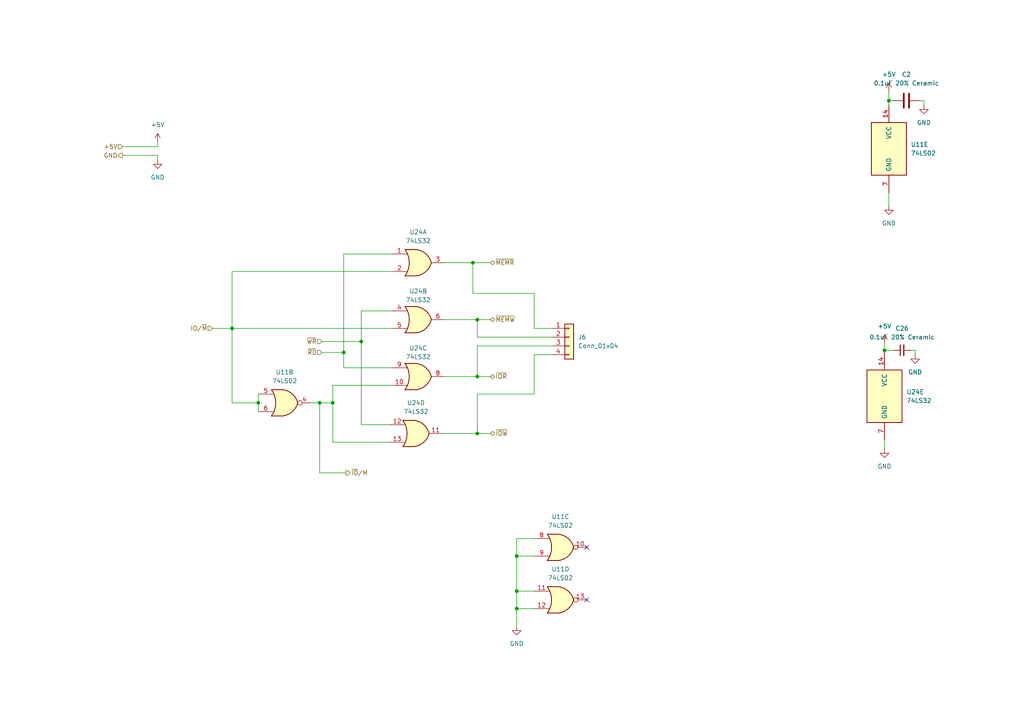
<source format=kicad_sch>
(kicad_sch
	(version 20231120)
	(generator "eeschema")
	(generator_version "8.0")
	(uuid "76d4ae29-7a16-479a-9ab5-8b855db7d63d")
	(paper "A4")
	(lib_symbols
		(symbol "74xx:74LS02"
			(pin_names
				(offset 1.016)
			)
			(exclude_from_sim no)
			(in_bom yes)
			(on_board yes)
			(property "Reference" "U"
				(at 0 1.27 0)
				(effects
					(font
						(size 1.27 1.27)
					)
				)
			)
			(property "Value" "74LS02"
				(at 0 -1.27 0)
				(effects
					(font
						(size 1.27 1.27)
					)
				)
			)
			(property "Footprint" ""
				(at 0 0 0)
				(effects
					(font
						(size 1.27 1.27)
					)
					(hide yes)
				)
			)
			(property "Datasheet" "http://www.ti.com/lit/gpn/sn74ls02"
				(at 0 0 0)
				(effects
					(font
						(size 1.27 1.27)
					)
					(hide yes)
				)
			)
			(property "Description" "quad 2-input NOR gate"
				(at 0 0 0)
				(effects
					(font
						(size 1.27 1.27)
					)
					(hide yes)
				)
			)
			(property "ki_locked" ""
				(at 0 0 0)
				(effects
					(font
						(size 1.27 1.27)
					)
				)
			)
			(property "ki_keywords" "TTL Nor2"
				(at 0 0 0)
				(effects
					(font
						(size 1.27 1.27)
					)
					(hide yes)
				)
			)
			(property "ki_fp_filters" "SO14* DIP*W7.62mm*"
				(at 0 0 0)
				(effects
					(font
						(size 1.27 1.27)
					)
					(hide yes)
				)
			)
			(symbol "74LS02_1_1"
				(arc
					(start -3.81 -3.81)
					(mid -2.589 0)
					(end -3.81 3.81)
					(stroke
						(width 0.254)
						(type default)
					)
					(fill
						(type none)
					)
				)
				(arc
					(start -0.6096 -3.81)
					(mid 2.1842 -2.5851)
					(end 3.81 0)
					(stroke
						(width 0.254)
						(type default)
					)
					(fill
						(type background)
					)
				)
				(polyline
					(pts
						(xy -3.81 -3.81) (xy -0.635 -3.81)
					)
					(stroke
						(width 0.254)
						(type default)
					)
					(fill
						(type background)
					)
				)
				(polyline
					(pts
						(xy -3.81 3.81) (xy -0.635 3.81)
					)
					(stroke
						(width 0.254)
						(type default)
					)
					(fill
						(type background)
					)
				)
				(polyline
					(pts
						(xy -0.635 3.81) (xy -3.81 3.81) (xy -3.81 3.81) (xy -3.556 3.4036) (xy -3.0226 2.2606) (xy -2.6924 1.0414)
						(xy -2.6162 -0.254) (xy -2.7686 -1.4986) (xy -3.175 -2.7178) (xy -3.81 -3.81) (xy -3.81 -3.81)
						(xy -0.635 -3.81)
					)
					(stroke
						(width -25.4)
						(type default)
					)
					(fill
						(type background)
					)
				)
				(arc
					(start 3.81 0)
					(mid 2.1915 2.5936)
					(end -0.6096 3.81)
					(stroke
						(width 0.254)
						(type default)
					)
					(fill
						(type background)
					)
				)
				(pin output inverted
					(at 7.62 0 180)
					(length 3.81)
					(name "~"
						(effects
							(font
								(size 1.27 1.27)
							)
						)
					)
					(number "1"
						(effects
							(font
								(size 1.27 1.27)
							)
						)
					)
				)
				(pin input line
					(at -7.62 2.54 0)
					(length 4.318)
					(name "~"
						(effects
							(font
								(size 1.27 1.27)
							)
						)
					)
					(number "2"
						(effects
							(font
								(size 1.27 1.27)
							)
						)
					)
				)
				(pin input line
					(at -7.62 -2.54 0)
					(length 4.318)
					(name "~"
						(effects
							(font
								(size 1.27 1.27)
							)
						)
					)
					(number "3"
						(effects
							(font
								(size 1.27 1.27)
							)
						)
					)
				)
			)
			(symbol "74LS02_1_2"
				(arc
					(start 0 -3.81)
					(mid 3.7934 0)
					(end 0 3.81)
					(stroke
						(width 0.254)
						(type default)
					)
					(fill
						(type background)
					)
				)
				(polyline
					(pts
						(xy 0 3.81) (xy -3.81 3.81) (xy -3.81 -3.81) (xy 0 -3.81)
					)
					(stroke
						(width 0.254)
						(type default)
					)
					(fill
						(type background)
					)
				)
				(pin output line
					(at 7.62 0 180)
					(length 3.81)
					(name "~"
						(effects
							(font
								(size 1.27 1.27)
							)
						)
					)
					(number "1"
						(effects
							(font
								(size 1.27 1.27)
							)
						)
					)
				)
				(pin input inverted
					(at -7.62 2.54 0)
					(length 3.81)
					(name "~"
						(effects
							(font
								(size 1.27 1.27)
							)
						)
					)
					(number "2"
						(effects
							(font
								(size 1.27 1.27)
							)
						)
					)
				)
				(pin input inverted
					(at -7.62 -2.54 0)
					(length 3.81)
					(name "~"
						(effects
							(font
								(size 1.27 1.27)
							)
						)
					)
					(number "3"
						(effects
							(font
								(size 1.27 1.27)
							)
						)
					)
				)
			)
			(symbol "74LS02_2_1"
				(arc
					(start -3.81 -3.81)
					(mid -2.589 0)
					(end -3.81 3.81)
					(stroke
						(width 0.254)
						(type default)
					)
					(fill
						(type none)
					)
				)
				(arc
					(start -0.6096 -3.81)
					(mid 2.1842 -2.5851)
					(end 3.81 0)
					(stroke
						(width 0.254)
						(type default)
					)
					(fill
						(type background)
					)
				)
				(polyline
					(pts
						(xy -3.81 -3.81) (xy -0.635 -3.81)
					)
					(stroke
						(width 0.254)
						(type default)
					)
					(fill
						(type background)
					)
				)
				(polyline
					(pts
						(xy -3.81 3.81) (xy -0.635 3.81)
					)
					(stroke
						(width 0.254)
						(type default)
					)
					(fill
						(type background)
					)
				)
				(polyline
					(pts
						(xy -0.635 3.81) (xy -3.81 3.81) (xy -3.81 3.81) (xy -3.556 3.4036) (xy -3.0226 2.2606) (xy -2.6924 1.0414)
						(xy -2.6162 -0.254) (xy -2.7686 -1.4986) (xy -3.175 -2.7178) (xy -3.81 -3.81) (xy -3.81 -3.81)
						(xy -0.635 -3.81)
					)
					(stroke
						(width -25.4)
						(type default)
					)
					(fill
						(type background)
					)
				)
				(arc
					(start 3.81 0)
					(mid 2.1915 2.5936)
					(end -0.6096 3.81)
					(stroke
						(width 0.254)
						(type default)
					)
					(fill
						(type background)
					)
				)
				(pin output inverted
					(at 7.62 0 180)
					(length 3.81)
					(name "~"
						(effects
							(font
								(size 1.27 1.27)
							)
						)
					)
					(number "4"
						(effects
							(font
								(size 1.27 1.27)
							)
						)
					)
				)
				(pin input line
					(at -7.62 2.54 0)
					(length 4.318)
					(name "~"
						(effects
							(font
								(size 1.27 1.27)
							)
						)
					)
					(number "5"
						(effects
							(font
								(size 1.27 1.27)
							)
						)
					)
				)
				(pin input line
					(at -7.62 -2.54 0)
					(length 4.318)
					(name "~"
						(effects
							(font
								(size 1.27 1.27)
							)
						)
					)
					(number "6"
						(effects
							(font
								(size 1.27 1.27)
							)
						)
					)
				)
			)
			(symbol "74LS02_2_2"
				(arc
					(start 0 -3.81)
					(mid 3.7934 0)
					(end 0 3.81)
					(stroke
						(width 0.254)
						(type default)
					)
					(fill
						(type background)
					)
				)
				(polyline
					(pts
						(xy 0 3.81) (xy -3.81 3.81) (xy -3.81 -3.81) (xy 0 -3.81)
					)
					(stroke
						(width 0.254)
						(type default)
					)
					(fill
						(type background)
					)
				)
				(pin output line
					(at 7.62 0 180)
					(length 3.81)
					(name "~"
						(effects
							(font
								(size 1.27 1.27)
							)
						)
					)
					(number "4"
						(effects
							(font
								(size 1.27 1.27)
							)
						)
					)
				)
				(pin input inverted
					(at -7.62 2.54 0)
					(length 3.81)
					(name "~"
						(effects
							(font
								(size 1.27 1.27)
							)
						)
					)
					(number "5"
						(effects
							(font
								(size 1.27 1.27)
							)
						)
					)
				)
				(pin input inverted
					(at -7.62 -2.54 0)
					(length 3.81)
					(name "~"
						(effects
							(font
								(size 1.27 1.27)
							)
						)
					)
					(number "6"
						(effects
							(font
								(size 1.27 1.27)
							)
						)
					)
				)
			)
			(symbol "74LS02_3_1"
				(arc
					(start -3.81 -3.81)
					(mid -2.589 0)
					(end -3.81 3.81)
					(stroke
						(width 0.254)
						(type default)
					)
					(fill
						(type none)
					)
				)
				(arc
					(start -0.6096 -3.81)
					(mid 2.1842 -2.5851)
					(end 3.81 0)
					(stroke
						(width 0.254)
						(type default)
					)
					(fill
						(type background)
					)
				)
				(polyline
					(pts
						(xy -3.81 -3.81) (xy -0.635 -3.81)
					)
					(stroke
						(width 0.254)
						(type default)
					)
					(fill
						(type background)
					)
				)
				(polyline
					(pts
						(xy -3.81 3.81) (xy -0.635 3.81)
					)
					(stroke
						(width 0.254)
						(type default)
					)
					(fill
						(type background)
					)
				)
				(polyline
					(pts
						(xy -0.635 3.81) (xy -3.81 3.81) (xy -3.81 3.81) (xy -3.556 3.4036) (xy -3.0226 2.2606) (xy -2.6924 1.0414)
						(xy -2.6162 -0.254) (xy -2.7686 -1.4986) (xy -3.175 -2.7178) (xy -3.81 -3.81) (xy -3.81 -3.81)
						(xy -0.635 -3.81)
					)
					(stroke
						(width -25.4)
						(type default)
					)
					(fill
						(type background)
					)
				)
				(arc
					(start 3.81 0)
					(mid 2.1915 2.5936)
					(end -0.6096 3.81)
					(stroke
						(width 0.254)
						(type default)
					)
					(fill
						(type background)
					)
				)
				(pin output inverted
					(at 7.62 0 180)
					(length 3.81)
					(name "~"
						(effects
							(font
								(size 1.27 1.27)
							)
						)
					)
					(number "10"
						(effects
							(font
								(size 1.27 1.27)
							)
						)
					)
				)
				(pin input line
					(at -7.62 2.54 0)
					(length 4.318)
					(name "~"
						(effects
							(font
								(size 1.27 1.27)
							)
						)
					)
					(number "8"
						(effects
							(font
								(size 1.27 1.27)
							)
						)
					)
				)
				(pin input line
					(at -7.62 -2.54 0)
					(length 4.318)
					(name "~"
						(effects
							(font
								(size 1.27 1.27)
							)
						)
					)
					(number "9"
						(effects
							(font
								(size 1.27 1.27)
							)
						)
					)
				)
			)
			(symbol "74LS02_3_2"
				(arc
					(start 0 -3.81)
					(mid 3.7934 0)
					(end 0 3.81)
					(stroke
						(width 0.254)
						(type default)
					)
					(fill
						(type background)
					)
				)
				(polyline
					(pts
						(xy 0 3.81) (xy -3.81 3.81) (xy -3.81 -3.81) (xy 0 -3.81)
					)
					(stroke
						(width 0.254)
						(type default)
					)
					(fill
						(type background)
					)
				)
				(pin output line
					(at 7.62 0 180)
					(length 3.81)
					(name "~"
						(effects
							(font
								(size 1.27 1.27)
							)
						)
					)
					(number "10"
						(effects
							(font
								(size 1.27 1.27)
							)
						)
					)
				)
				(pin input inverted
					(at -7.62 2.54 0)
					(length 3.81)
					(name "~"
						(effects
							(font
								(size 1.27 1.27)
							)
						)
					)
					(number "8"
						(effects
							(font
								(size 1.27 1.27)
							)
						)
					)
				)
				(pin input inverted
					(at -7.62 -2.54 0)
					(length 3.81)
					(name "~"
						(effects
							(font
								(size 1.27 1.27)
							)
						)
					)
					(number "9"
						(effects
							(font
								(size 1.27 1.27)
							)
						)
					)
				)
			)
			(symbol "74LS02_4_1"
				(arc
					(start -3.81 -3.81)
					(mid -2.589 0)
					(end -3.81 3.81)
					(stroke
						(width 0.254)
						(type default)
					)
					(fill
						(type none)
					)
				)
				(arc
					(start -0.6096 -3.81)
					(mid 2.1842 -2.5851)
					(end 3.81 0)
					(stroke
						(width 0.254)
						(type default)
					)
					(fill
						(type background)
					)
				)
				(polyline
					(pts
						(xy -3.81 -3.81) (xy -0.635 -3.81)
					)
					(stroke
						(width 0.254)
						(type default)
					)
					(fill
						(type background)
					)
				)
				(polyline
					(pts
						(xy -3.81 3.81) (xy -0.635 3.81)
					)
					(stroke
						(width 0.254)
						(type default)
					)
					(fill
						(type background)
					)
				)
				(polyline
					(pts
						(xy -0.635 3.81) (xy -3.81 3.81) (xy -3.81 3.81) (xy -3.556 3.4036) (xy -3.0226 2.2606) (xy -2.6924 1.0414)
						(xy -2.6162 -0.254) (xy -2.7686 -1.4986) (xy -3.175 -2.7178) (xy -3.81 -3.81) (xy -3.81 -3.81)
						(xy -0.635 -3.81)
					)
					(stroke
						(width -25.4)
						(type default)
					)
					(fill
						(type background)
					)
				)
				(arc
					(start 3.81 0)
					(mid 2.1915 2.5936)
					(end -0.6096 3.81)
					(stroke
						(width 0.254)
						(type default)
					)
					(fill
						(type background)
					)
				)
				(pin input line
					(at -7.62 2.54 0)
					(length 4.318)
					(name "~"
						(effects
							(font
								(size 1.27 1.27)
							)
						)
					)
					(number "11"
						(effects
							(font
								(size 1.27 1.27)
							)
						)
					)
				)
				(pin input line
					(at -7.62 -2.54 0)
					(length 4.318)
					(name "~"
						(effects
							(font
								(size 1.27 1.27)
							)
						)
					)
					(number "12"
						(effects
							(font
								(size 1.27 1.27)
							)
						)
					)
				)
				(pin output inverted
					(at 7.62 0 180)
					(length 3.81)
					(name "~"
						(effects
							(font
								(size 1.27 1.27)
							)
						)
					)
					(number "13"
						(effects
							(font
								(size 1.27 1.27)
							)
						)
					)
				)
			)
			(symbol "74LS02_4_2"
				(arc
					(start 0 -3.81)
					(mid 3.7934 0)
					(end 0 3.81)
					(stroke
						(width 0.254)
						(type default)
					)
					(fill
						(type background)
					)
				)
				(polyline
					(pts
						(xy 0 3.81) (xy -3.81 3.81) (xy -3.81 -3.81) (xy 0 -3.81)
					)
					(stroke
						(width 0.254)
						(type default)
					)
					(fill
						(type background)
					)
				)
				(pin input inverted
					(at -7.62 2.54 0)
					(length 3.81)
					(name "~"
						(effects
							(font
								(size 1.27 1.27)
							)
						)
					)
					(number "11"
						(effects
							(font
								(size 1.27 1.27)
							)
						)
					)
				)
				(pin input inverted
					(at -7.62 -2.54 0)
					(length 3.81)
					(name "~"
						(effects
							(font
								(size 1.27 1.27)
							)
						)
					)
					(number "12"
						(effects
							(font
								(size 1.27 1.27)
							)
						)
					)
				)
				(pin output line
					(at 7.62 0 180)
					(length 3.81)
					(name "~"
						(effects
							(font
								(size 1.27 1.27)
							)
						)
					)
					(number "13"
						(effects
							(font
								(size 1.27 1.27)
							)
						)
					)
				)
			)
			(symbol "74LS02_5_0"
				(pin power_in line
					(at 0 12.7 270)
					(length 5.08)
					(name "VCC"
						(effects
							(font
								(size 1.27 1.27)
							)
						)
					)
					(number "14"
						(effects
							(font
								(size 1.27 1.27)
							)
						)
					)
				)
				(pin power_in line
					(at 0 -12.7 90)
					(length 5.08)
					(name "GND"
						(effects
							(font
								(size 1.27 1.27)
							)
						)
					)
					(number "7"
						(effects
							(font
								(size 1.27 1.27)
							)
						)
					)
				)
			)
			(symbol "74LS02_5_1"
				(rectangle
					(start -5.08 7.62)
					(end 5.08 -7.62)
					(stroke
						(width 0.254)
						(type default)
					)
					(fill
						(type background)
					)
				)
			)
		)
		(symbol "74xx:74LS32"
			(pin_names
				(offset 1.016)
			)
			(exclude_from_sim no)
			(in_bom yes)
			(on_board yes)
			(property "Reference" "U"
				(at 0 1.27 0)
				(effects
					(font
						(size 1.27 1.27)
					)
				)
			)
			(property "Value" "74LS32"
				(at 0 -1.27 0)
				(effects
					(font
						(size 1.27 1.27)
					)
				)
			)
			(property "Footprint" ""
				(at 0 0 0)
				(effects
					(font
						(size 1.27 1.27)
					)
					(hide yes)
				)
			)
			(property "Datasheet" "http://www.ti.com/lit/gpn/sn74LS32"
				(at 0 0 0)
				(effects
					(font
						(size 1.27 1.27)
					)
					(hide yes)
				)
			)
			(property "Description" "Quad 2-input OR"
				(at 0 0 0)
				(effects
					(font
						(size 1.27 1.27)
					)
					(hide yes)
				)
			)
			(property "ki_locked" ""
				(at 0 0 0)
				(effects
					(font
						(size 1.27 1.27)
					)
				)
			)
			(property "ki_keywords" "TTL Or2"
				(at 0 0 0)
				(effects
					(font
						(size 1.27 1.27)
					)
					(hide yes)
				)
			)
			(property "ki_fp_filters" "DIP?14*"
				(at 0 0 0)
				(effects
					(font
						(size 1.27 1.27)
					)
					(hide yes)
				)
			)
			(symbol "74LS32_1_1"
				(arc
					(start -3.81 -3.81)
					(mid -2.589 0)
					(end -3.81 3.81)
					(stroke
						(width 0.254)
						(type default)
					)
					(fill
						(type none)
					)
				)
				(arc
					(start -0.6096 -3.81)
					(mid 2.1842 -2.5851)
					(end 3.81 0)
					(stroke
						(width 0.254)
						(type default)
					)
					(fill
						(type background)
					)
				)
				(polyline
					(pts
						(xy -3.81 -3.81) (xy -0.635 -3.81)
					)
					(stroke
						(width 0.254)
						(type default)
					)
					(fill
						(type background)
					)
				)
				(polyline
					(pts
						(xy -3.81 3.81) (xy -0.635 3.81)
					)
					(stroke
						(width 0.254)
						(type default)
					)
					(fill
						(type background)
					)
				)
				(polyline
					(pts
						(xy -0.635 3.81) (xy -3.81 3.81) (xy -3.81 3.81) (xy -3.556 3.4036) (xy -3.0226 2.2606) (xy -2.6924 1.0414)
						(xy -2.6162 -0.254) (xy -2.7686 -1.4986) (xy -3.175 -2.7178) (xy -3.81 -3.81) (xy -3.81 -3.81)
						(xy -0.635 -3.81)
					)
					(stroke
						(width -25.4)
						(type default)
					)
					(fill
						(type background)
					)
				)
				(arc
					(start 3.81 0)
					(mid 2.1915 2.5936)
					(end -0.6096 3.81)
					(stroke
						(width 0.254)
						(type default)
					)
					(fill
						(type background)
					)
				)
				(pin input line
					(at -7.62 2.54 0)
					(length 4.318)
					(name "~"
						(effects
							(font
								(size 1.27 1.27)
							)
						)
					)
					(number "1"
						(effects
							(font
								(size 1.27 1.27)
							)
						)
					)
				)
				(pin input line
					(at -7.62 -2.54 0)
					(length 4.318)
					(name "~"
						(effects
							(font
								(size 1.27 1.27)
							)
						)
					)
					(number "2"
						(effects
							(font
								(size 1.27 1.27)
							)
						)
					)
				)
				(pin output line
					(at 7.62 0 180)
					(length 3.81)
					(name "~"
						(effects
							(font
								(size 1.27 1.27)
							)
						)
					)
					(number "3"
						(effects
							(font
								(size 1.27 1.27)
							)
						)
					)
				)
			)
			(symbol "74LS32_1_2"
				(arc
					(start 0 -3.81)
					(mid 3.7934 0)
					(end 0 3.81)
					(stroke
						(width 0.254)
						(type default)
					)
					(fill
						(type background)
					)
				)
				(polyline
					(pts
						(xy 0 3.81) (xy -3.81 3.81) (xy -3.81 -3.81) (xy 0 -3.81)
					)
					(stroke
						(width 0.254)
						(type default)
					)
					(fill
						(type background)
					)
				)
				(pin input inverted
					(at -7.62 2.54 0)
					(length 3.81)
					(name "~"
						(effects
							(font
								(size 1.27 1.27)
							)
						)
					)
					(number "1"
						(effects
							(font
								(size 1.27 1.27)
							)
						)
					)
				)
				(pin input inverted
					(at -7.62 -2.54 0)
					(length 3.81)
					(name "~"
						(effects
							(font
								(size 1.27 1.27)
							)
						)
					)
					(number "2"
						(effects
							(font
								(size 1.27 1.27)
							)
						)
					)
				)
				(pin output inverted
					(at 7.62 0 180)
					(length 3.81)
					(name "~"
						(effects
							(font
								(size 1.27 1.27)
							)
						)
					)
					(number "3"
						(effects
							(font
								(size 1.27 1.27)
							)
						)
					)
				)
			)
			(symbol "74LS32_2_1"
				(arc
					(start -3.81 -3.81)
					(mid -2.589 0)
					(end -3.81 3.81)
					(stroke
						(width 0.254)
						(type default)
					)
					(fill
						(type none)
					)
				)
				(arc
					(start -0.6096 -3.81)
					(mid 2.1842 -2.5851)
					(end 3.81 0)
					(stroke
						(width 0.254)
						(type default)
					)
					(fill
						(type background)
					)
				)
				(polyline
					(pts
						(xy -3.81 -3.81) (xy -0.635 -3.81)
					)
					(stroke
						(width 0.254)
						(type default)
					)
					(fill
						(type background)
					)
				)
				(polyline
					(pts
						(xy -3.81 3.81) (xy -0.635 3.81)
					)
					(stroke
						(width 0.254)
						(type default)
					)
					(fill
						(type background)
					)
				)
				(polyline
					(pts
						(xy -0.635 3.81) (xy -3.81 3.81) (xy -3.81 3.81) (xy -3.556 3.4036) (xy -3.0226 2.2606) (xy -2.6924 1.0414)
						(xy -2.6162 -0.254) (xy -2.7686 -1.4986) (xy -3.175 -2.7178) (xy -3.81 -3.81) (xy -3.81 -3.81)
						(xy -0.635 -3.81)
					)
					(stroke
						(width -25.4)
						(type default)
					)
					(fill
						(type background)
					)
				)
				(arc
					(start 3.81 0)
					(mid 2.1915 2.5936)
					(end -0.6096 3.81)
					(stroke
						(width 0.254)
						(type default)
					)
					(fill
						(type background)
					)
				)
				(pin input line
					(at -7.62 2.54 0)
					(length 4.318)
					(name "~"
						(effects
							(font
								(size 1.27 1.27)
							)
						)
					)
					(number "4"
						(effects
							(font
								(size 1.27 1.27)
							)
						)
					)
				)
				(pin input line
					(at -7.62 -2.54 0)
					(length 4.318)
					(name "~"
						(effects
							(font
								(size 1.27 1.27)
							)
						)
					)
					(number "5"
						(effects
							(font
								(size 1.27 1.27)
							)
						)
					)
				)
				(pin output line
					(at 7.62 0 180)
					(length 3.81)
					(name "~"
						(effects
							(font
								(size 1.27 1.27)
							)
						)
					)
					(number "6"
						(effects
							(font
								(size 1.27 1.27)
							)
						)
					)
				)
			)
			(symbol "74LS32_2_2"
				(arc
					(start 0 -3.81)
					(mid 3.7934 0)
					(end 0 3.81)
					(stroke
						(width 0.254)
						(type default)
					)
					(fill
						(type background)
					)
				)
				(polyline
					(pts
						(xy 0 3.81) (xy -3.81 3.81) (xy -3.81 -3.81) (xy 0 -3.81)
					)
					(stroke
						(width 0.254)
						(type default)
					)
					(fill
						(type background)
					)
				)
				(pin input inverted
					(at -7.62 2.54 0)
					(length 3.81)
					(name "~"
						(effects
							(font
								(size 1.27 1.27)
							)
						)
					)
					(number "4"
						(effects
							(font
								(size 1.27 1.27)
							)
						)
					)
				)
				(pin input inverted
					(at -7.62 -2.54 0)
					(length 3.81)
					(name "~"
						(effects
							(font
								(size 1.27 1.27)
							)
						)
					)
					(number "5"
						(effects
							(font
								(size 1.27 1.27)
							)
						)
					)
				)
				(pin output inverted
					(at 7.62 0 180)
					(length 3.81)
					(name "~"
						(effects
							(font
								(size 1.27 1.27)
							)
						)
					)
					(number "6"
						(effects
							(font
								(size 1.27 1.27)
							)
						)
					)
				)
			)
			(symbol "74LS32_3_1"
				(arc
					(start -3.81 -3.81)
					(mid -2.589 0)
					(end -3.81 3.81)
					(stroke
						(width 0.254)
						(type default)
					)
					(fill
						(type none)
					)
				)
				(arc
					(start -0.6096 -3.81)
					(mid 2.1842 -2.5851)
					(end 3.81 0)
					(stroke
						(width 0.254)
						(type default)
					)
					(fill
						(type background)
					)
				)
				(polyline
					(pts
						(xy -3.81 -3.81) (xy -0.635 -3.81)
					)
					(stroke
						(width 0.254)
						(type default)
					)
					(fill
						(type background)
					)
				)
				(polyline
					(pts
						(xy -3.81 3.81) (xy -0.635 3.81)
					)
					(stroke
						(width 0.254)
						(type default)
					)
					(fill
						(type background)
					)
				)
				(polyline
					(pts
						(xy -0.635 3.81) (xy -3.81 3.81) (xy -3.81 3.81) (xy -3.556 3.4036) (xy -3.0226 2.2606) (xy -2.6924 1.0414)
						(xy -2.6162 -0.254) (xy -2.7686 -1.4986) (xy -3.175 -2.7178) (xy -3.81 -3.81) (xy -3.81 -3.81)
						(xy -0.635 -3.81)
					)
					(stroke
						(width -25.4)
						(type default)
					)
					(fill
						(type background)
					)
				)
				(arc
					(start 3.81 0)
					(mid 2.1915 2.5936)
					(end -0.6096 3.81)
					(stroke
						(width 0.254)
						(type default)
					)
					(fill
						(type background)
					)
				)
				(pin input line
					(at -7.62 -2.54 0)
					(length 4.318)
					(name "~"
						(effects
							(font
								(size 1.27 1.27)
							)
						)
					)
					(number "10"
						(effects
							(font
								(size 1.27 1.27)
							)
						)
					)
				)
				(pin output line
					(at 7.62 0 180)
					(length 3.81)
					(name "~"
						(effects
							(font
								(size 1.27 1.27)
							)
						)
					)
					(number "8"
						(effects
							(font
								(size 1.27 1.27)
							)
						)
					)
				)
				(pin input line
					(at -7.62 2.54 0)
					(length 4.318)
					(name "~"
						(effects
							(font
								(size 1.27 1.27)
							)
						)
					)
					(number "9"
						(effects
							(font
								(size 1.27 1.27)
							)
						)
					)
				)
			)
			(symbol "74LS32_3_2"
				(arc
					(start 0 -3.81)
					(mid 3.7934 0)
					(end 0 3.81)
					(stroke
						(width 0.254)
						(type default)
					)
					(fill
						(type background)
					)
				)
				(polyline
					(pts
						(xy 0 3.81) (xy -3.81 3.81) (xy -3.81 -3.81) (xy 0 -3.81)
					)
					(stroke
						(width 0.254)
						(type default)
					)
					(fill
						(type background)
					)
				)
				(pin input inverted
					(at -7.62 -2.54 0)
					(length 3.81)
					(name "~"
						(effects
							(font
								(size 1.27 1.27)
							)
						)
					)
					(number "10"
						(effects
							(font
								(size 1.27 1.27)
							)
						)
					)
				)
				(pin output inverted
					(at 7.62 0 180)
					(length 3.81)
					(name "~"
						(effects
							(font
								(size 1.27 1.27)
							)
						)
					)
					(number "8"
						(effects
							(font
								(size 1.27 1.27)
							)
						)
					)
				)
				(pin input inverted
					(at -7.62 2.54 0)
					(length 3.81)
					(name "~"
						(effects
							(font
								(size 1.27 1.27)
							)
						)
					)
					(number "9"
						(effects
							(font
								(size 1.27 1.27)
							)
						)
					)
				)
			)
			(symbol "74LS32_4_1"
				(arc
					(start -3.81 -3.81)
					(mid -2.589 0)
					(end -3.81 3.81)
					(stroke
						(width 0.254)
						(type default)
					)
					(fill
						(type none)
					)
				)
				(arc
					(start -0.6096 -3.81)
					(mid 2.1842 -2.5851)
					(end 3.81 0)
					(stroke
						(width 0.254)
						(type default)
					)
					(fill
						(type background)
					)
				)
				(polyline
					(pts
						(xy -3.81 -3.81) (xy -0.635 -3.81)
					)
					(stroke
						(width 0.254)
						(type default)
					)
					(fill
						(type background)
					)
				)
				(polyline
					(pts
						(xy -3.81 3.81) (xy -0.635 3.81)
					)
					(stroke
						(width 0.254)
						(type default)
					)
					(fill
						(type background)
					)
				)
				(polyline
					(pts
						(xy -0.635 3.81) (xy -3.81 3.81) (xy -3.81 3.81) (xy -3.556 3.4036) (xy -3.0226 2.2606) (xy -2.6924 1.0414)
						(xy -2.6162 -0.254) (xy -2.7686 -1.4986) (xy -3.175 -2.7178) (xy -3.81 -3.81) (xy -3.81 -3.81)
						(xy -0.635 -3.81)
					)
					(stroke
						(width -25.4)
						(type default)
					)
					(fill
						(type background)
					)
				)
				(arc
					(start 3.81 0)
					(mid 2.1915 2.5936)
					(end -0.6096 3.81)
					(stroke
						(width 0.254)
						(type default)
					)
					(fill
						(type background)
					)
				)
				(pin output line
					(at 7.62 0 180)
					(length 3.81)
					(name "~"
						(effects
							(font
								(size 1.27 1.27)
							)
						)
					)
					(number "11"
						(effects
							(font
								(size 1.27 1.27)
							)
						)
					)
				)
				(pin input line
					(at -7.62 2.54 0)
					(length 4.318)
					(name "~"
						(effects
							(font
								(size 1.27 1.27)
							)
						)
					)
					(number "12"
						(effects
							(font
								(size 1.27 1.27)
							)
						)
					)
				)
				(pin input line
					(at -7.62 -2.54 0)
					(length 4.318)
					(name "~"
						(effects
							(font
								(size 1.27 1.27)
							)
						)
					)
					(number "13"
						(effects
							(font
								(size 1.27 1.27)
							)
						)
					)
				)
			)
			(symbol "74LS32_4_2"
				(arc
					(start 0 -3.81)
					(mid 3.7934 0)
					(end 0 3.81)
					(stroke
						(width 0.254)
						(type default)
					)
					(fill
						(type background)
					)
				)
				(polyline
					(pts
						(xy 0 3.81) (xy -3.81 3.81) (xy -3.81 -3.81) (xy 0 -3.81)
					)
					(stroke
						(width 0.254)
						(type default)
					)
					(fill
						(type background)
					)
				)
				(pin output inverted
					(at 7.62 0 180)
					(length 3.81)
					(name "~"
						(effects
							(font
								(size 1.27 1.27)
							)
						)
					)
					(number "11"
						(effects
							(font
								(size 1.27 1.27)
							)
						)
					)
				)
				(pin input inverted
					(at -7.62 2.54 0)
					(length 3.81)
					(name "~"
						(effects
							(font
								(size 1.27 1.27)
							)
						)
					)
					(number "12"
						(effects
							(font
								(size 1.27 1.27)
							)
						)
					)
				)
				(pin input inverted
					(at -7.62 -2.54 0)
					(length 3.81)
					(name "~"
						(effects
							(font
								(size 1.27 1.27)
							)
						)
					)
					(number "13"
						(effects
							(font
								(size 1.27 1.27)
							)
						)
					)
				)
			)
			(symbol "74LS32_5_0"
				(pin power_in line
					(at 0 12.7 270)
					(length 5.08)
					(name "VCC"
						(effects
							(font
								(size 1.27 1.27)
							)
						)
					)
					(number "14"
						(effects
							(font
								(size 1.27 1.27)
							)
						)
					)
				)
				(pin power_in line
					(at 0 -12.7 90)
					(length 5.08)
					(name "GND"
						(effects
							(font
								(size 1.27 1.27)
							)
						)
					)
					(number "7"
						(effects
							(font
								(size 1.27 1.27)
							)
						)
					)
				)
			)
			(symbol "74LS32_5_1"
				(rectangle
					(start -5.08 7.62)
					(end 5.08 -7.62)
					(stroke
						(width 0.254)
						(type default)
					)
					(fill
						(type background)
					)
				)
			)
		)
		(symbol "Connector_Generic:Conn_01x04"
			(pin_names
				(offset 1.016) hide)
			(exclude_from_sim no)
			(in_bom yes)
			(on_board yes)
			(property "Reference" "J"
				(at 0 5.08 0)
				(effects
					(font
						(size 1.27 1.27)
					)
				)
			)
			(property "Value" "Conn_01x04"
				(at 0 -7.62 0)
				(effects
					(font
						(size 1.27 1.27)
					)
				)
			)
			(property "Footprint" ""
				(at 0 0 0)
				(effects
					(font
						(size 1.27 1.27)
					)
					(hide yes)
				)
			)
			(property "Datasheet" "~"
				(at 0 0 0)
				(effects
					(font
						(size 1.27 1.27)
					)
					(hide yes)
				)
			)
			(property "Description" "Generic connector, single row, 01x04, script generated (kicad-library-utils/schlib/autogen/connector/)"
				(at 0 0 0)
				(effects
					(font
						(size 1.27 1.27)
					)
					(hide yes)
				)
			)
			(property "ki_keywords" "connector"
				(at 0 0 0)
				(effects
					(font
						(size 1.27 1.27)
					)
					(hide yes)
				)
			)
			(property "ki_fp_filters" "Connector*:*_1x??_*"
				(at 0 0 0)
				(effects
					(font
						(size 1.27 1.27)
					)
					(hide yes)
				)
			)
			(symbol "Conn_01x04_1_1"
				(rectangle
					(start -1.27 -4.953)
					(end 0 -5.207)
					(stroke
						(width 0.1524)
						(type default)
					)
					(fill
						(type none)
					)
				)
				(rectangle
					(start -1.27 -2.413)
					(end 0 -2.667)
					(stroke
						(width 0.1524)
						(type default)
					)
					(fill
						(type none)
					)
				)
				(rectangle
					(start -1.27 0.127)
					(end 0 -0.127)
					(stroke
						(width 0.1524)
						(type default)
					)
					(fill
						(type none)
					)
				)
				(rectangle
					(start -1.27 2.667)
					(end 0 2.413)
					(stroke
						(width 0.1524)
						(type default)
					)
					(fill
						(type none)
					)
				)
				(rectangle
					(start -1.27 3.81)
					(end 1.27 -6.35)
					(stroke
						(width 0.254)
						(type default)
					)
					(fill
						(type background)
					)
				)
				(pin passive line
					(at -5.08 2.54 0)
					(length 3.81)
					(name "Pin_1"
						(effects
							(font
								(size 1.27 1.27)
							)
						)
					)
					(number "1"
						(effects
							(font
								(size 1.27 1.27)
							)
						)
					)
				)
				(pin passive line
					(at -5.08 0 0)
					(length 3.81)
					(name "Pin_2"
						(effects
							(font
								(size 1.27 1.27)
							)
						)
					)
					(number "2"
						(effects
							(font
								(size 1.27 1.27)
							)
						)
					)
				)
				(pin passive line
					(at -5.08 -2.54 0)
					(length 3.81)
					(name "Pin_3"
						(effects
							(font
								(size 1.27 1.27)
							)
						)
					)
					(number "3"
						(effects
							(font
								(size 1.27 1.27)
							)
						)
					)
				)
				(pin passive line
					(at -5.08 -5.08 0)
					(length 3.81)
					(name "Pin_4"
						(effects
							(font
								(size 1.27 1.27)
							)
						)
					)
					(number "4"
						(effects
							(font
								(size 1.27 1.27)
							)
						)
					)
				)
			)
		)
		(symbol "Device:C"
			(pin_numbers hide)
			(pin_names
				(offset 0.254)
			)
			(exclude_from_sim no)
			(in_bom yes)
			(on_board yes)
			(property "Reference" "C"
				(at 0.635 2.54 0)
				(effects
					(font
						(size 1.27 1.27)
					)
					(justify left)
				)
			)
			(property "Value" "C"
				(at 0.635 -2.54 0)
				(effects
					(font
						(size 1.27 1.27)
					)
					(justify left)
				)
			)
			(property "Footprint" ""
				(at 0.9652 -3.81 0)
				(effects
					(font
						(size 1.27 1.27)
					)
					(hide yes)
				)
			)
			(property "Datasheet" "~"
				(at 0 0 0)
				(effects
					(font
						(size 1.27 1.27)
					)
					(hide yes)
				)
			)
			(property "Description" "Unpolarized capacitor"
				(at 0 0 0)
				(effects
					(font
						(size 1.27 1.27)
					)
					(hide yes)
				)
			)
			(property "ki_keywords" "cap capacitor"
				(at 0 0 0)
				(effects
					(font
						(size 1.27 1.27)
					)
					(hide yes)
				)
			)
			(property "ki_fp_filters" "C_*"
				(at 0 0 0)
				(effects
					(font
						(size 1.27 1.27)
					)
					(hide yes)
				)
			)
			(symbol "C_0_1"
				(polyline
					(pts
						(xy -2.032 -0.762) (xy 2.032 -0.762)
					)
					(stroke
						(width 0.508)
						(type default)
					)
					(fill
						(type none)
					)
				)
				(polyline
					(pts
						(xy -2.032 0.762) (xy 2.032 0.762)
					)
					(stroke
						(width 0.508)
						(type default)
					)
					(fill
						(type none)
					)
				)
			)
			(symbol "C_1_1"
				(pin passive line
					(at 0 3.81 270)
					(length 2.794)
					(name "~"
						(effects
							(font
								(size 1.27 1.27)
							)
						)
					)
					(number "1"
						(effects
							(font
								(size 1.27 1.27)
							)
						)
					)
				)
				(pin passive line
					(at 0 -3.81 90)
					(length 2.794)
					(name "~"
						(effects
							(font
								(size 1.27 1.27)
							)
						)
					)
					(number "2"
						(effects
							(font
								(size 1.27 1.27)
							)
						)
					)
				)
			)
		)
		(symbol "Device:C_Small"
			(pin_numbers hide)
			(pin_names
				(offset 0.254) hide)
			(exclude_from_sim no)
			(in_bom yes)
			(on_board yes)
			(property "Reference" "C"
				(at 0.254 1.778 0)
				(effects
					(font
						(size 1.27 1.27)
					)
					(justify left)
				)
			)
			(property "Value" "C_Small"
				(at 0.254 -2.032 0)
				(effects
					(font
						(size 1.27 1.27)
					)
					(justify left)
				)
			)
			(property "Footprint" ""
				(at 0 0 0)
				(effects
					(font
						(size 1.27 1.27)
					)
					(hide yes)
				)
			)
			(property "Datasheet" "~"
				(at 0 0 0)
				(effects
					(font
						(size 1.27 1.27)
					)
					(hide yes)
				)
			)
			(property "Description" "Unpolarized capacitor, small symbol"
				(at 0 0 0)
				(effects
					(font
						(size 1.27 1.27)
					)
					(hide yes)
				)
			)
			(property "ki_keywords" "capacitor cap"
				(at 0 0 0)
				(effects
					(font
						(size 1.27 1.27)
					)
					(hide yes)
				)
			)
			(property "ki_fp_filters" "C_*"
				(at 0 0 0)
				(effects
					(font
						(size 1.27 1.27)
					)
					(hide yes)
				)
			)
			(symbol "C_Small_0_1"
				(polyline
					(pts
						(xy -1.524 -0.508) (xy 1.524 -0.508)
					)
					(stroke
						(width 0.3302)
						(type default)
					)
					(fill
						(type none)
					)
				)
				(polyline
					(pts
						(xy -1.524 0.508) (xy 1.524 0.508)
					)
					(stroke
						(width 0.3048)
						(type default)
					)
					(fill
						(type none)
					)
				)
			)
			(symbol "C_Small_1_1"
				(pin passive line
					(at 0 2.54 270)
					(length 2.032)
					(name "~"
						(effects
							(font
								(size 1.27 1.27)
							)
						)
					)
					(number "1"
						(effects
							(font
								(size 1.27 1.27)
							)
						)
					)
				)
				(pin passive line
					(at 0 -2.54 90)
					(length 2.032)
					(name "~"
						(effects
							(font
								(size 1.27 1.27)
							)
						)
					)
					(number "2"
						(effects
							(font
								(size 1.27 1.27)
							)
						)
					)
				)
			)
		)
		(symbol "power:+5V"
			(power)
			(pin_names
				(offset 0)
			)
			(exclude_from_sim no)
			(in_bom yes)
			(on_board yes)
			(property "Reference" "#PWR"
				(at 0 -3.81 0)
				(effects
					(font
						(size 1.27 1.27)
					)
					(hide yes)
				)
			)
			(property "Value" "+5V"
				(at 0 3.556 0)
				(effects
					(font
						(size 1.27 1.27)
					)
				)
			)
			(property "Footprint" ""
				(at 0 0 0)
				(effects
					(font
						(size 1.27 1.27)
					)
					(hide yes)
				)
			)
			(property "Datasheet" ""
				(at 0 0 0)
				(effects
					(font
						(size 1.27 1.27)
					)
					(hide yes)
				)
			)
			(property "Description" "Power symbol creates a global label with name \"+5V\""
				(at 0 0 0)
				(effects
					(font
						(size 1.27 1.27)
					)
					(hide yes)
				)
			)
			(property "ki_keywords" "global power"
				(at 0 0 0)
				(effects
					(font
						(size 1.27 1.27)
					)
					(hide yes)
				)
			)
			(symbol "+5V_0_1"
				(polyline
					(pts
						(xy -0.762 1.27) (xy 0 2.54)
					)
					(stroke
						(width 0)
						(type default)
					)
					(fill
						(type none)
					)
				)
				(polyline
					(pts
						(xy 0 0) (xy 0 2.54)
					)
					(stroke
						(width 0)
						(type default)
					)
					(fill
						(type none)
					)
				)
				(polyline
					(pts
						(xy 0 2.54) (xy 0.762 1.27)
					)
					(stroke
						(width 0)
						(type default)
					)
					(fill
						(type none)
					)
				)
			)
			(symbol "+5V_1_1"
				(pin power_in line
					(at 0 0 90)
					(length 0) hide
					(name "+5V"
						(effects
							(font
								(size 1.27 1.27)
							)
						)
					)
					(number "1"
						(effects
							(font
								(size 1.27 1.27)
							)
						)
					)
				)
			)
		)
		(symbol "power:GND"
			(power)
			(pin_names
				(offset 0)
			)
			(exclude_from_sim no)
			(in_bom yes)
			(on_board yes)
			(property "Reference" "#PWR"
				(at 0 -6.35 0)
				(effects
					(font
						(size 1.27 1.27)
					)
					(hide yes)
				)
			)
			(property "Value" "GND"
				(at 0 -3.81 0)
				(effects
					(font
						(size 1.27 1.27)
					)
				)
			)
			(property "Footprint" ""
				(at 0 0 0)
				(effects
					(font
						(size 1.27 1.27)
					)
					(hide yes)
				)
			)
			(property "Datasheet" ""
				(at 0 0 0)
				(effects
					(font
						(size 1.27 1.27)
					)
					(hide yes)
				)
			)
			(property "Description" "Power symbol creates a global label with name \"GND\" , ground"
				(at 0 0 0)
				(effects
					(font
						(size 1.27 1.27)
					)
					(hide yes)
				)
			)
			(property "ki_keywords" "global power"
				(at 0 0 0)
				(effects
					(font
						(size 1.27 1.27)
					)
					(hide yes)
				)
			)
			(symbol "GND_0_1"
				(polyline
					(pts
						(xy 0 0) (xy 0 -1.27) (xy 1.27 -1.27) (xy 0 -2.54) (xy -1.27 -1.27) (xy 0 -1.27)
					)
					(stroke
						(width 0)
						(type default)
					)
					(fill
						(type none)
					)
				)
			)
			(symbol "GND_1_1"
				(pin power_in line
					(at 0 0 270)
					(length 0) hide
					(name "GND"
						(effects
							(font
								(size 1.27 1.27)
							)
						)
					)
					(number "1"
						(effects
							(font
								(size 1.27 1.27)
							)
						)
					)
				)
			)
		)
	)
	(junction
		(at 104.775 99.06)
		(diameter 0)
		(color 0 0 0 0)
		(uuid "02cbd19a-5821-424b-8a9a-522ab8fd1dc6")
	)
	(junction
		(at 149.86 171.45)
		(diameter 0)
		(color 0 0 0 0)
		(uuid "14d47d3b-a843-400e-8a93-2e455fd4ac15")
	)
	(junction
		(at 74.93 116.84)
		(diameter 0)
		(color 0 0 0 0)
		(uuid "1d38ca11-9af3-4bd8-9f74-cce362f97331")
	)
	(junction
		(at 92.71 116.84)
		(diameter 0)
		(color 0 0 0 0)
		(uuid "21b77890-316e-4968-8763-8c775230779b")
	)
	(junction
		(at 138.43 92.71)
		(diameter 0)
		(color 0 0 0 0)
		(uuid "32e7fea6-9571-4074-bb1f-2f418d12f77f")
	)
	(junction
		(at 149.86 176.53)
		(diameter 0)
		(color 0 0 0 0)
		(uuid "5a0413ed-f89d-4643-9ae9-9fb4e29ece53")
	)
	(junction
		(at 138.43 125.73)
		(diameter 0)
		(color 0 0 0 0)
		(uuid "70256ebb-b5ae-4d00-a8cb-9e2e3b858b3f")
	)
	(junction
		(at 67.31 95.25)
		(diameter 0)
		(color 0 0 0 0)
		(uuid "b77b7188-2012-4eeb-b995-19cdd0e5a5b5")
	)
	(junction
		(at 149.86 161.29)
		(diameter 0)
		(color 0 0 0 0)
		(uuid "b8a6c1cb-b5a0-47c8-9f87-4197c1c44e8d")
	)
	(junction
		(at 99.695 102.235)
		(diameter 0)
		(color 0 0 0 0)
		(uuid "c264df11-1570-4f75-8ac6-5e658eb3ca5a")
	)
	(junction
		(at 256.54 101.6)
		(diameter 0)
		(color 0 0 0 0)
		(uuid "cb8c66d7-d7fb-42cc-8934-3b14fb82a45f")
	)
	(junction
		(at 138.43 109.22)
		(diameter 0)
		(color 0 0 0 0)
		(uuid "db227f89-b0a3-4f8b-8b53-4fc0ef3f80da")
	)
	(junction
		(at 137.16 76.2)
		(diameter 0)
		(color 0 0 0 0)
		(uuid "de701394-5db6-43c8-b7aa-21aa60a4417c")
	)
	(junction
		(at 257.81 29.21)
		(diameter 0)
		(color 0 0 0 0)
		(uuid "ee97b015-e146-47fe-af7f-5bb2fbd84fe1")
	)
	(junction
		(at 96.52 116.84)
		(diameter 0)
		(color 0 0 0 0)
		(uuid "fb63cb33-b723-416d-b63c-e8bca3577f5d")
	)
	(no_connect
		(at 170.18 173.99)
		(uuid "77c17eb5-e4ea-4f51-a0b5-2062e9252110")
	)
	(no_connect
		(at 170.18 158.75)
		(uuid "a8a4f575-58d8-426c-8e12-cb3fb1f6f3b0")
	)
	(wire
		(pts
			(xy 138.43 92.71) (xy 142.24 92.71)
		)
		(stroke
			(width 0)
			(type default)
		)
		(uuid "059a4224-58ac-4e7a-8cbe-f989439cc62f")
	)
	(wire
		(pts
			(xy 104.775 99.06) (xy 93.345 99.06)
		)
		(stroke
			(width 0)
			(type default)
		)
		(uuid "0f26715a-3564-48de-a27d-15326bda8f53")
	)
	(wire
		(pts
			(xy 149.86 161.29) (xy 149.86 156.21)
		)
		(stroke
			(width 0)
			(type default)
		)
		(uuid "12ff4a24-7336-4a94-a6bd-f18ddb21aa9c")
	)
	(wire
		(pts
			(xy 154.94 114.3) (xy 154.94 102.87)
		)
		(stroke
			(width 0)
			(type default)
		)
		(uuid "167a2993-b971-4c19-8c05-d8a8f98bc930")
	)
	(wire
		(pts
			(xy 96.52 116.84) (xy 96.52 111.76)
		)
		(stroke
			(width 0)
			(type default)
		)
		(uuid "180d43c3-7c00-497b-a8de-119b4f973cfc")
	)
	(wire
		(pts
			(xy 154.94 102.87) (xy 160.02 102.87)
		)
		(stroke
			(width 0)
			(type default)
		)
		(uuid "1d175f77-24aa-4a46-b5c6-9cb1a68a5bd8")
	)
	(wire
		(pts
			(xy 257.81 26.67) (xy 257.81 29.21)
		)
		(stroke
			(width 0)
			(type default)
		)
		(uuid "1d49cbe0-15d0-4919-b614-669edf53746d")
	)
	(wire
		(pts
			(xy 45.72 45.085) (xy 45.72 46.355)
		)
		(stroke
			(width 0)
			(type default)
		)
		(uuid "2abaf152-e340-4581-9d96-23aaaf47e6bd")
	)
	(wire
		(pts
			(xy 256.54 99.695) (xy 256.54 101.6)
		)
		(stroke
			(width 0)
			(type default)
		)
		(uuid "37a51325-a730-42a9-a5fd-d3d5c834fe26")
	)
	(wire
		(pts
			(xy 138.43 114.3) (xy 138.43 125.73)
		)
		(stroke
			(width 0)
			(type default)
		)
		(uuid "3af0989b-b871-42e7-9bc1-88d115e0779c")
	)
	(wire
		(pts
			(xy 35.56 45.085) (xy 45.72 45.085)
		)
		(stroke
			(width 0)
			(type default)
		)
		(uuid "41cca45b-53bb-4cb5-adf0-de3ee405b2c6")
	)
	(wire
		(pts
			(xy 149.86 171.45) (xy 149.86 161.29)
		)
		(stroke
			(width 0)
			(type default)
		)
		(uuid "44ec7b00-e386-4a7b-931e-5fa594938216")
	)
	(wire
		(pts
			(xy 264.16 101.6) (xy 265.43 101.6)
		)
		(stroke
			(width 0)
			(type default)
		)
		(uuid "489bdc09-ebd0-458d-8010-fe3efcd4a01c")
	)
	(wire
		(pts
			(xy 67.31 95.25) (xy 67.31 116.84)
		)
		(stroke
			(width 0)
			(type default)
		)
		(uuid "4cb08441-519e-40c3-87fd-6fef33a69e32")
	)
	(wire
		(pts
			(xy 267.97 29.21) (xy 267.97 30.48)
		)
		(stroke
			(width 0)
			(type default)
		)
		(uuid "58cad5fb-c6a6-4c67-bbf3-59efbead3ddd")
	)
	(wire
		(pts
			(xy 138.43 114.3) (xy 154.94 114.3)
		)
		(stroke
			(width 0)
			(type default)
		)
		(uuid "5a37de89-f30e-448b-8940-b7e44e7a1672")
	)
	(wire
		(pts
			(xy 149.86 156.21) (xy 154.94 156.21)
		)
		(stroke
			(width 0)
			(type default)
		)
		(uuid "5bf921a1-d310-44f4-9831-1be540251c55")
	)
	(wire
		(pts
			(xy 96.52 128.27) (xy 113.03 128.27)
		)
		(stroke
			(width 0)
			(type default)
		)
		(uuid "6436a6c1-cdfe-499b-862a-0be9574ec5e9")
	)
	(wire
		(pts
			(xy 128.905 109.22) (xy 138.43 109.22)
		)
		(stroke
			(width 0)
			(type default)
		)
		(uuid "6cb7ea7a-658c-488f-b1b6-6fa45389fe9e")
	)
	(wire
		(pts
			(xy 256.54 101.6) (xy 259.08 101.6)
		)
		(stroke
			(width 0)
			(type default)
		)
		(uuid "6cfb5c45-acaa-4a80-822f-8e6e276fd2aa")
	)
	(wire
		(pts
			(xy 138.43 109.22) (xy 142.24 109.22)
		)
		(stroke
			(width 0)
			(type default)
		)
		(uuid "76d457b3-0a34-4c56-aef8-22699cbe4fb6")
	)
	(wire
		(pts
			(xy 138.43 97.79) (xy 160.02 97.79)
		)
		(stroke
			(width 0)
			(type default)
		)
		(uuid "7cfc9a22-0714-4653-9cdf-2971b454f406")
	)
	(wire
		(pts
			(xy 149.86 176.53) (xy 154.94 176.53)
		)
		(stroke
			(width 0)
			(type default)
		)
		(uuid "7d0d912f-0d2f-4d0e-95cf-d520cd1587ac")
	)
	(wire
		(pts
			(xy 67.31 116.84) (xy 74.93 116.84)
		)
		(stroke
			(width 0)
			(type default)
		)
		(uuid "7e581ec0-70c4-421b-a993-eee814d13ccb")
	)
	(wire
		(pts
			(xy 149.86 171.45) (xy 154.94 171.45)
		)
		(stroke
			(width 0)
			(type default)
		)
		(uuid "842bf9ca-f547-428e-bae3-667b91a92c1d")
	)
	(wire
		(pts
			(xy 137.16 76.2) (xy 142.24 76.2)
		)
		(stroke
			(width 0)
			(type default)
		)
		(uuid "8852723b-26e0-4f58-b4ee-ef70075d22c2")
	)
	(wire
		(pts
			(xy 138.43 125.73) (xy 142.24 125.73)
		)
		(stroke
			(width 0)
			(type default)
		)
		(uuid "88949a1b-e424-4373-86c1-0cf0cd90c933")
	)
	(wire
		(pts
			(xy 128.27 125.73) (xy 138.43 125.73)
		)
		(stroke
			(width 0)
			(type default)
		)
		(uuid "89496a2f-19d7-415c-9d2c-13969a0dc854")
	)
	(wire
		(pts
			(xy 92.71 137.16) (xy 100.33 137.16)
		)
		(stroke
			(width 0)
			(type default)
		)
		(uuid "8a7fd222-f3ce-49f4-a0ff-888ec668e69b")
	)
	(wire
		(pts
			(xy 113.665 95.25) (xy 67.31 95.25)
		)
		(stroke
			(width 0)
			(type default)
		)
		(uuid "8eaa7ac9-d932-4c5f-8e6f-afcc3c586d29")
	)
	(wire
		(pts
			(xy 99.695 73.66) (xy 99.695 102.235)
		)
		(stroke
			(width 0)
			(type default)
		)
		(uuid "961f14e0-e85c-4454-b4f8-854d5cd585ff")
	)
	(wire
		(pts
			(xy 67.31 78.74) (xy 113.665 78.74)
		)
		(stroke
			(width 0)
			(type default)
		)
		(uuid "9a5aa0b8-eac7-4f59-bd1f-a00e896ffa60")
	)
	(wire
		(pts
			(xy 99.695 73.66) (xy 113.665 73.66)
		)
		(stroke
			(width 0)
			(type default)
		)
		(uuid "9afc7ba1-00bd-4865-8a12-987c3079feb5")
	)
	(wire
		(pts
			(xy 256.54 127.635) (xy 256.54 130.175)
		)
		(stroke
			(width 0)
			(type default)
		)
		(uuid "9ea3583a-b72f-4f54-bc9f-0c1704ebb822")
	)
	(wire
		(pts
			(xy 266.7 29.21) (xy 267.97 29.21)
		)
		(stroke
			(width 0)
			(type default)
		)
		(uuid "a0b8228c-c0aa-441d-9311-7cba19f0e3b9")
	)
	(wire
		(pts
			(xy 160.02 100.33) (xy 138.43 100.33)
		)
		(stroke
			(width 0)
			(type default)
		)
		(uuid "a0b82c74-f08b-4b57-a95c-c973d358e565")
	)
	(wire
		(pts
			(xy 96.52 111.76) (xy 113.665 111.76)
		)
		(stroke
			(width 0)
			(type default)
		)
		(uuid "a14d554a-cc33-43ff-a1fb-0430c663c53c")
	)
	(wire
		(pts
			(xy 93.345 102.235) (xy 99.695 102.235)
		)
		(stroke
			(width 0)
			(type default)
		)
		(uuid "a2eaf3fd-bce9-4902-989a-5e2c4f2ff673")
	)
	(wire
		(pts
			(xy 149.86 181.61) (xy 149.86 176.53)
		)
		(stroke
			(width 0)
			(type default)
		)
		(uuid "a483c0d3-cd6c-422e-9ca9-54c77bd3f94a")
	)
	(wire
		(pts
			(xy 149.86 161.29) (xy 154.94 161.29)
		)
		(stroke
			(width 0)
			(type default)
		)
		(uuid "aae3e325-e80d-4b48-84a0-1e684a3b432d")
	)
	(wire
		(pts
			(xy 104.775 123.19) (xy 104.775 99.06)
		)
		(stroke
			(width 0)
			(type default)
		)
		(uuid "aced6968-be2c-491b-b594-ec610e5146b2")
	)
	(wire
		(pts
			(xy 149.86 176.53) (xy 149.86 171.45)
		)
		(stroke
			(width 0)
			(type default)
		)
		(uuid "af9dfe8a-0d5c-46a5-9a6e-2587b55883b7")
	)
	(wire
		(pts
			(xy 99.695 106.68) (xy 113.665 106.68)
		)
		(stroke
			(width 0)
			(type default)
		)
		(uuid "afc985a2-69ac-427d-b6e9-d6cbd560dc15")
	)
	(wire
		(pts
			(xy 138.43 100.33) (xy 138.43 109.22)
		)
		(stroke
			(width 0)
			(type default)
		)
		(uuid "b65f8441-0bbe-4b33-9702-5a841ad686d3")
	)
	(wire
		(pts
			(xy 138.43 92.71) (xy 138.43 97.79)
		)
		(stroke
			(width 0)
			(type default)
		)
		(uuid "b7a00b89-f6e3-43b9-8bce-03ccd979a301")
	)
	(wire
		(pts
			(xy 265.43 101.6) (xy 265.43 102.87)
		)
		(stroke
			(width 0)
			(type default)
		)
		(uuid "bc251e7c-89eb-4a95-b502-6f9752bd080a")
	)
	(wire
		(pts
			(xy 92.71 116.84) (xy 92.71 137.16)
		)
		(stroke
			(width 0)
			(type default)
		)
		(uuid "bcaeb521-96ac-47cb-b86a-88f7e4ca958b")
	)
	(wire
		(pts
			(xy 35.56 42.545) (xy 45.72 42.545)
		)
		(stroke
			(width 0)
			(type default)
		)
		(uuid "bdb415af-b6f9-4332-a04f-8906f571ec80")
	)
	(wire
		(pts
			(xy 104.775 99.06) (xy 104.775 90.17)
		)
		(stroke
			(width 0)
			(type default)
		)
		(uuid "c4584e5e-acd5-4acb-b0c2-a92d388a5b80")
	)
	(wire
		(pts
			(xy 256.54 101.6) (xy 256.54 102.235)
		)
		(stroke
			(width 0)
			(type default)
		)
		(uuid "cc1ac97d-f679-4aca-baed-f6d70988577f")
	)
	(wire
		(pts
			(xy 160.02 95.25) (xy 154.94 95.25)
		)
		(stroke
			(width 0)
			(type default)
		)
		(uuid "ce065cff-1baa-4832-b698-775d9fa2ae7f")
	)
	(wire
		(pts
			(xy 137.16 85.09) (xy 137.16 76.2)
		)
		(stroke
			(width 0)
			(type default)
		)
		(uuid "ce50905a-d69f-4d27-bf80-e99b63101544")
	)
	(wire
		(pts
			(xy 257.81 29.21) (xy 257.81 30.48)
		)
		(stroke
			(width 0)
			(type default)
		)
		(uuid "d2c099b5-2869-4297-b645-d2505e6d8b26")
	)
	(wire
		(pts
			(xy 90.17 116.84) (xy 92.71 116.84)
		)
		(stroke
			(width 0)
			(type default)
		)
		(uuid "d34ca653-7a79-45bb-8983-a796fecd5577")
	)
	(wire
		(pts
			(xy 257.81 55.88) (xy 257.81 59.69)
		)
		(stroke
			(width 0)
			(type default)
		)
		(uuid "d80e8fbe-611b-4580-8196-fe8319eb7189")
	)
	(wire
		(pts
			(xy 61.595 95.25) (xy 67.31 95.25)
		)
		(stroke
			(width 0)
			(type default)
		)
		(uuid "dd1a360a-6a75-4f0b-9409-115ae2f0a554")
	)
	(wire
		(pts
			(xy 74.93 114.3) (xy 74.93 116.84)
		)
		(stroke
			(width 0)
			(type default)
		)
		(uuid "df0ec0d5-af07-4948-8f94-c1ba5082e286")
	)
	(wire
		(pts
			(xy 113.03 123.19) (xy 104.775 123.19)
		)
		(stroke
			(width 0)
			(type default)
		)
		(uuid "e292ba18-0151-469f-8074-db93afe1ab93")
	)
	(wire
		(pts
			(xy 74.93 116.84) (xy 74.93 119.38)
		)
		(stroke
			(width 0)
			(type default)
		)
		(uuid "e61f6e1c-a05a-4879-b259-62d6d003e91c")
	)
	(wire
		(pts
			(xy 154.94 95.25) (xy 154.94 85.09)
		)
		(stroke
			(width 0)
			(type default)
		)
		(uuid "e6aacb2f-66aa-45ec-ae98-7ed266a1df7c")
	)
	(wire
		(pts
			(xy 257.81 29.21) (xy 259.08 29.21)
		)
		(stroke
			(width 0)
			(type default)
		)
		(uuid "e8ede5b6-9ad5-40fd-b962-08882bfe7d0f")
	)
	(wire
		(pts
			(xy 92.71 116.84) (xy 96.52 116.84)
		)
		(stroke
			(width 0)
			(type default)
		)
		(uuid "ed33c88e-b927-4db5-97c0-cd7dd2d1033c")
	)
	(wire
		(pts
			(xy 154.94 85.09) (xy 137.16 85.09)
		)
		(stroke
			(width 0)
			(type default)
		)
		(uuid "edc6bdce-d88b-4369-8d95-3ded3621a3f9")
	)
	(wire
		(pts
			(xy 99.695 102.235) (xy 99.695 106.68)
		)
		(stroke
			(width 0)
			(type default)
		)
		(uuid "ee4f5dba-2a38-47db-953d-f12b442e11d6")
	)
	(wire
		(pts
			(xy 45.72 42.545) (xy 45.72 41.275)
		)
		(stroke
			(width 0)
			(type default)
		)
		(uuid "f130015d-5ab3-4419-814a-523ad8d3cafa")
	)
	(wire
		(pts
			(xy 67.31 78.74) (xy 67.31 95.25)
		)
		(stroke
			(width 0)
			(type default)
		)
		(uuid "f9354821-c01a-460a-a5a9-b1c566695189")
	)
	(wire
		(pts
			(xy 104.775 90.17) (xy 113.665 90.17)
		)
		(stroke
			(width 0)
			(type default)
		)
		(uuid "fce32a96-8262-436b-b3a0-24087145f0d9")
	)
	(wire
		(pts
			(xy 128.905 76.2) (xy 137.16 76.2)
		)
		(stroke
			(width 0)
			(type default)
		)
		(uuid "fd0e257e-f92d-4cda-a8ac-22d9b3f7d6bc")
	)
	(wire
		(pts
			(xy 96.52 116.84) (xy 96.52 128.27)
		)
		(stroke
			(width 0)
			(type default)
		)
		(uuid "fe3a1aa9-89d0-4645-9cdb-ef9da31cbee0")
	)
	(wire
		(pts
			(xy 128.905 92.71) (xy 138.43 92.71)
		)
		(stroke
			(width 0)
			(type default)
		)
		(uuid "fe563d25-e12a-40a9-84f3-2a0e45792dcd")
	)
	(hierarchical_label "~{WR}"
		(shape input)
		(at 93.345 99.06 180)
		(fields_autoplaced yes)
		(effects
			(font
				(size 1.27 1.27)
			)
			(justify right)
		)
		(uuid "02a92a2e-9ada-4b28-b231-cd5ad6ee4e81")
	)
	(hierarchical_label "IO{slash}~{M}"
		(shape input)
		(at 61.595 95.25 180)
		(fields_autoplaced yes)
		(effects
			(font
				(size 1.27 1.27)
			)
			(justify right)
		)
		(uuid "073d4ca7-4b31-4b2e-a053-20dfac8b24f6")
	)
	(hierarchical_label "~{IOR}"
		(shape tri_state)
		(at 142.24 109.22 0)
		(fields_autoplaced yes)
		(effects
			(font
				(size 1.27 1.27)
			)
			(justify left)
		)
		(uuid "259c0f6f-4358-4ac7-b639-7cbc3dd7eec5")
	)
	(hierarchical_label "~{IOW}"
		(shape tri_state)
		(at 142.24 125.73 0)
		(fields_autoplaced yes)
		(effects
			(font
				(size 1.27 1.27)
			)
			(justify left)
		)
		(uuid "2f56fcd3-6041-415b-ba75-1bf5f8d79baf")
	)
	(hierarchical_label "~{RD}"
		(shape input)
		(at 93.345 102.235 180)
		(fields_autoplaced yes)
		(effects
			(font
				(size 1.27 1.27)
			)
			(justify right)
		)
		(uuid "5340721d-0c63-4d11-b169-c26ddfa03271")
	)
	(hierarchical_label "~{MEMR}"
		(shape tri_state)
		(at 142.24 76.2 0)
		(fields_autoplaced yes)
		(effects
			(font
				(size 1.27 1.27)
			)
			(justify left)
		)
		(uuid "83847281-d265-4d99-b080-fb8faaabae6f")
	)
	(hierarchical_label "~{IO}{slash}M"
		(shape output)
		(at 100.33 137.16 0)
		(fields_autoplaced yes)
		(effects
			(font
				(size 1.27 1.27)
			)
			(justify left)
		)
		(uuid "a6fd9a16-a950-443f-aec8-bdd455e1bacb")
	)
	(hierarchical_label "+5V"
		(shape input)
		(at 35.56 42.545 180)
		(fields_autoplaced yes)
		(effects
			(font
				(size 1.27 1.27)
			)
			(justify right)
		)
		(uuid "d7e31cfd-99b5-456f-91ff-0aae6b7dceed")
	)
	(hierarchical_label "GND"
		(shape output)
		(at 35.56 45.085 180)
		(fields_autoplaced yes)
		(effects
			(font
				(size 1.27 1.27)
			)
			(justify right)
		)
		(uuid "e9117ee7-5720-4b37-b6f7-44ba9d3f3a63")
	)
	(hierarchical_label "~{MEMW}"
		(shape tri_state)
		(at 142.24 92.71 0)
		(fields_autoplaced yes)
		(effects
			(font
				(size 1.27 1.27)
			)
			(justify left)
		)
		(uuid "ff2ffcab-87e7-4037-8e94-cd9f5ea2dc63")
	)
	(symbol
		(lib_id "power:GND")
		(at 267.97 30.48 0)
		(unit 1)
		(exclude_from_sim no)
		(in_bom yes)
		(on_board yes)
		(dnp no)
		(fields_autoplaced yes)
		(uuid "138cffd7-511e-44c8-8da3-02c33de31d6e")
		(property "Reference" "#PWR028"
			(at 267.97 36.83 0)
			(effects
				(font
					(size 1.27 1.27)
				)
				(hide yes)
			)
		)
		(property "Value" "GND"
			(at 267.97 35.56 0)
			(effects
				(font
					(size 1.27 1.27)
				)
			)
		)
		(property "Footprint" ""
			(at 267.97 30.48 0)
			(effects
				(font
					(size 1.27 1.27)
				)
				(hide yes)
			)
		)
		(property "Datasheet" ""
			(at 267.97 30.48 0)
			(effects
				(font
					(size 1.27 1.27)
				)
				(hide yes)
			)
		)
		(property "Description" ""
			(at 267.97 30.48 0)
			(effects
				(font
					(size 1.27 1.27)
				)
				(hide yes)
			)
		)
		(pin "1"
			(uuid "57befa43-d860-49a0-8b89-1193919f73e9")
		)
		(instances
			(project "prototype_8088"
				(path "/5e468d94-0319-44d1-a77f-2adc451eed13/93dfc828-b49f-4967-b4e5-8966b969d123"
					(reference "#PWR028")
					(unit 1)
				)
			)
		)
	)
	(symbol
		(lib_id "Device:C")
		(at 262.89 29.21 90)
		(unit 1)
		(exclude_from_sim no)
		(in_bom yes)
		(on_board yes)
		(dnp no)
		(fields_autoplaced yes)
		(uuid "15ba0e1f-8766-45f5-a2e0-d78a53e394af")
		(property "Reference" "C2"
			(at 262.89 21.59 90)
			(effects
				(font
					(size 1.27 1.27)
				)
			)
		)
		(property "Value" "0.1uF 20% Ceramic"
			(at 262.89 24.13 90)
			(effects
				(font
					(size 1.27 1.27)
				)
			)
		)
		(property "Footprint" "Capacitor_THT:C_Disc_D3.8mm_W2.6mm_P2.50mm"
			(at 266.7 28.2448 0)
			(effects
				(font
					(size 1.27 1.27)
				)
				(hide yes)
			)
		)
		(property "Datasheet" "~"
			(at 262.89 29.21 0)
			(effects
				(font
					(size 1.27 1.27)
				)
				(hide yes)
			)
		)
		(property "Description" ""
			(at 262.89 29.21 0)
			(effects
				(font
					(size 1.27 1.27)
				)
				(hide yes)
			)
		)
		(pin "1"
			(uuid "870e3837-5d60-4f5c-967b-147ad9fb5a57")
		)
		(pin "2"
			(uuid "7f9a9554-3426-4780-910b-a3fbbab7321a")
		)
		(instances
			(project "prototype_8088"
				(path "/5e468d94-0319-44d1-a77f-2adc451eed13/93dfc828-b49f-4967-b4e5-8966b969d123"
					(reference "C2")
					(unit 1)
				)
			)
		)
	)
	(symbol
		(lib_id "74xx:74LS32")
		(at 256.54 114.935 0)
		(unit 5)
		(exclude_from_sim no)
		(in_bom yes)
		(on_board yes)
		(dnp no)
		(fields_autoplaced yes)
		(uuid "18471b3e-6a6b-46b3-b193-250941ae79a8")
		(property "Reference" "U24"
			(at 262.89 113.665 0)
			(effects
				(font
					(size 1.27 1.27)
				)
				(justify left)
			)
		)
		(property "Value" "74LS32"
			(at 262.89 116.205 0)
			(effects
				(font
					(size 1.27 1.27)
				)
				(justify left)
			)
		)
		(property "Footprint" "Package_DIP:DIP-14_W7.62mm_Socket"
			(at 256.54 114.935 0)
			(effects
				(font
					(size 1.27 1.27)
				)
				(hide yes)
			)
		)
		(property "Datasheet" "http://www.ti.com/lit/gpn/sn74LS32"
			(at 256.54 114.935 0)
			(effects
				(font
					(size 1.27 1.27)
				)
				(hide yes)
			)
		)
		(property "Description" ""
			(at 256.54 114.935 0)
			(effects
				(font
					(size 1.27 1.27)
				)
				(hide yes)
			)
		)
		(pin "5"
			(uuid "7006080c-c424-48be-8828-7c1bb5da2527")
		)
		(pin "6"
			(uuid "756da19e-04c2-41d0-a98f-d706f34f67bc")
		)
		(pin "10"
			(uuid "a0831316-ee6b-4557-b6fc-dfc596ce7fd9")
		)
		(pin "8"
			(uuid "1c56c1e1-1b78-47d9-a18f-accb4438ef4b")
		)
		(pin "11"
			(uuid "1d348c68-d379-4f3f-b05a-8e4ab98eb323")
		)
		(pin "9"
			(uuid "6a1db4f4-6c30-4f0f-9d61-40d4949865e7")
		)
		(pin "12"
			(uuid "6a0922c8-5f95-419b-a2f7-f3f572110785")
		)
		(pin "4"
			(uuid "db7721c6-a0f7-45c2-a7fc-f3b12dab720f")
		)
		(pin "13"
			(uuid "66ce7995-c351-409a-8e6b-83a5a25bb78f")
		)
		(pin "3"
			(uuid "1c889aa1-9311-40ee-96ac-3834910bd135")
		)
		(pin "1"
			(uuid "3114f8c4-3433-465a-9800-e9e7f7ccc04e")
		)
		(pin "2"
			(uuid "93196fbb-49a6-4d4e-aa51-10effde02c07")
		)
		(pin "14"
			(uuid "dd7b7fd2-830b-48bd-b77a-375bf223fcb4")
		)
		(pin "7"
			(uuid "83b1e541-d9d5-4d64-a7e6-d8acdb3be58c")
		)
		(instances
			(project "prototype_8088"
				(path "/5e468d94-0319-44d1-a77f-2adc451eed13/93dfc828-b49f-4967-b4e5-8966b969d123"
					(reference "U24")
					(unit 5)
				)
			)
		)
	)
	(symbol
		(lib_id "74xx:74LS02")
		(at 162.56 158.75 0)
		(unit 3)
		(exclude_from_sim no)
		(in_bom yes)
		(on_board yes)
		(dnp no)
		(fields_autoplaced yes)
		(uuid "2de579e9-b2dc-4fab-8565-a7825659cc37")
		(property "Reference" "U11"
			(at 162.56 149.86 0)
			(effects
				(font
					(size 1.27 1.27)
				)
			)
		)
		(property "Value" "74LS02"
			(at 162.56 152.4 0)
			(effects
				(font
					(size 1.27 1.27)
				)
			)
		)
		(property "Footprint" "Package_DIP:DIP-14_W7.62mm_Socket"
			(at 162.56 158.75 0)
			(effects
				(font
					(size 1.27 1.27)
				)
				(hide yes)
			)
		)
		(property "Datasheet" "http://www.ti.com/lit/gpn/sn74ls02"
			(at 162.56 158.75 0)
			(effects
				(font
					(size 1.27 1.27)
				)
				(hide yes)
			)
		)
		(property "Description" ""
			(at 162.56 158.75 0)
			(effects
				(font
					(size 1.27 1.27)
				)
				(hide yes)
			)
		)
		(pin "3"
			(uuid "5fa148cb-5edc-46a1-b54b-640aea2205c5")
		)
		(pin "5"
			(uuid "87bc23d4-642b-497b-80a7-f083cfacfe0c")
		)
		(pin "9"
			(uuid "b00ea89d-aad2-4f7c-bf8f-d8e139a7536a")
		)
		(pin "13"
			(uuid "dcdca1bf-77f7-46a6-ad5f-c630f0ae67dc")
		)
		(pin "2"
			(uuid "18ee0420-c49f-4e20-8761-d805de7cfedb")
		)
		(pin "1"
			(uuid "9a80f577-043b-46d9-9333-ab75973a4369")
		)
		(pin "11"
			(uuid "937427e8-6670-4ee6-84f8-c2593450d14a")
		)
		(pin "6"
			(uuid "5b474264-9ce6-4b9b-b8f6-1482fd992d70")
		)
		(pin "14"
			(uuid "55c5bd45-47f2-4b41-b6ef-af7da72e89a7")
		)
		(pin "8"
			(uuid "fe576985-6727-4b7e-ac24-0f692c21a9fa")
		)
		(pin "7"
			(uuid "7a278fa6-a4ca-4f2b-baa4-24ed86325827")
		)
		(pin "12"
			(uuid "d5c21fce-8c51-4d77-a268-4442689eaf00")
		)
		(pin "4"
			(uuid "55441cc4-f39c-4af1-8de1-166e1b63335c")
		)
		(pin "10"
			(uuid "d10ca158-7491-40a2-8f32-7d5e398433f1")
		)
		(instances
			(project "prototype_8088"
				(path "/5e468d94-0319-44d1-a77f-2adc451eed13/93dfc828-b49f-4967-b4e5-8966b969d123"
					(reference "U11")
					(unit 3)
				)
			)
		)
	)
	(symbol
		(lib_id "74xx:74LS32")
		(at 121.285 76.2 0)
		(unit 1)
		(exclude_from_sim no)
		(in_bom yes)
		(on_board yes)
		(dnp no)
		(fields_autoplaced yes)
		(uuid "31a824cb-7a71-4d79-813c-ef039c92afe9")
		(property "Reference" "U24"
			(at 121.285 67.31 0)
			(effects
				(font
					(size 1.27 1.27)
				)
			)
		)
		(property "Value" "74LS32"
			(at 121.285 69.85 0)
			(effects
				(font
					(size 1.27 1.27)
				)
			)
		)
		(property "Footprint" "Package_DIP:DIP-14_W7.62mm_Socket"
			(at 121.285 76.2 0)
			(effects
				(font
					(size 1.27 1.27)
				)
				(hide yes)
			)
		)
		(property "Datasheet" "http://www.ti.com/lit/gpn/sn74LS32"
			(at 121.285 76.2 0)
			(effects
				(font
					(size 1.27 1.27)
				)
				(hide yes)
			)
		)
		(property "Description" ""
			(at 121.285 76.2 0)
			(effects
				(font
					(size 1.27 1.27)
				)
				(hide yes)
			)
		)
		(pin "5"
			(uuid "7006080c-c424-48be-8828-7c1bb5da2528")
		)
		(pin "6"
			(uuid "756da19e-04c2-41d0-a98f-d706f34f67bd")
		)
		(pin "10"
			(uuid "a0831316-ee6b-4557-b6fc-dfc596ce7fda")
		)
		(pin "8"
			(uuid "1c56c1e1-1b78-47d9-a18f-accb4438ef4c")
		)
		(pin "11"
			(uuid "1d348c68-d379-4f3f-b05a-8e4ab98eb324")
		)
		(pin "9"
			(uuid "6a1db4f4-6c30-4f0f-9d61-40d4949865e8")
		)
		(pin "12"
			(uuid "6a0922c8-5f95-419b-a2f7-f3f572110786")
		)
		(pin "4"
			(uuid "db7721c6-a0f7-45c2-a7fc-f3b12dab7210")
		)
		(pin "13"
			(uuid "66ce7995-c351-409a-8e6b-83a5a25bb790")
		)
		(pin "3"
			(uuid "ecc83ba2-f0c3-4305-a99d-74aa605e7ab5")
		)
		(pin "1"
			(uuid "6dec879d-c861-41a2-9d6f-878985934305")
		)
		(pin "2"
			(uuid "0c64a5b1-e495-4672-8936-94e9fdbb0fed")
		)
		(pin "14"
			(uuid "b46cc740-9373-4a90-944c-647b433bca68")
		)
		(pin "7"
			(uuid "821f5a8a-d521-42a9-83e7-c7876444d230")
		)
		(instances
			(project "prototype_8088"
				(path "/5e468d94-0319-44d1-a77f-2adc451eed13/93dfc828-b49f-4967-b4e5-8966b969d123"
					(reference "U24")
					(unit 1)
				)
			)
		)
	)
	(symbol
		(lib_id "74xx:74LS02")
		(at 162.56 173.99 0)
		(unit 4)
		(exclude_from_sim no)
		(in_bom yes)
		(on_board yes)
		(dnp no)
		(fields_autoplaced yes)
		(uuid "33ff8899-a6b6-4803-a013-a20c9fad2245")
		(property "Reference" "U11"
			(at 162.56 165.1 0)
			(effects
				(font
					(size 1.27 1.27)
				)
			)
		)
		(property "Value" "74LS02"
			(at 162.56 167.64 0)
			(effects
				(font
					(size 1.27 1.27)
				)
			)
		)
		(property "Footprint" "Package_DIP:DIP-14_W7.62mm_Socket"
			(at 162.56 173.99 0)
			(effects
				(font
					(size 1.27 1.27)
				)
				(hide yes)
			)
		)
		(property "Datasheet" "http://www.ti.com/lit/gpn/sn74ls02"
			(at 162.56 173.99 0)
			(effects
				(font
					(size 1.27 1.27)
				)
				(hide yes)
			)
		)
		(property "Description" ""
			(at 162.56 173.99 0)
			(effects
				(font
					(size 1.27 1.27)
				)
				(hide yes)
			)
		)
		(pin "3"
			(uuid "5fa148cb-5edc-46a1-b54b-640aea2205c6")
		)
		(pin "5"
			(uuid "87bc23d4-642b-497b-80a7-f083cfacfe0e")
		)
		(pin "9"
			(uuid "6dbe24c9-f65c-4f8c-8e3b-fb0b1a21f8e0")
		)
		(pin "13"
			(uuid "37ec4a1b-5e45-4573-b9a9-69c9617ca40a")
		)
		(pin "2"
			(uuid "18ee0420-c49f-4e20-8761-d805de7cfedc")
		)
		(pin "1"
			(uuid "9a80f577-043b-46d9-9333-ab75973a436a")
		)
		(pin "11"
			(uuid "c86d731e-d912-4590-8e94-ad734c1b744c")
		)
		(pin "6"
			(uuid "5b474264-9ce6-4b9b-b8f6-1482fd992d72")
		)
		(pin "14"
			(uuid "55c5bd45-47f2-4b41-b6ef-af7da72e89a9")
		)
		(pin "8"
			(uuid "087769ee-222a-401a-b4aa-d0846bcd0283")
		)
		(pin "7"
			(uuid "7a278fa6-a4ca-4f2b-baa4-24ed86325829")
		)
		(pin "12"
			(uuid "ed4a3c7e-ed34-4cdc-81fd-f41a7d25863b")
		)
		(pin "4"
			(uuid "55441cc4-f39c-4af1-8de1-166e1b63335e")
		)
		(pin "10"
			(uuid "895248cf-ef7c-4fdc-a9df-88d7aa96d50c")
		)
		(instances
			(project "prototype_8088"
				(path "/5e468d94-0319-44d1-a77f-2adc451eed13/93dfc828-b49f-4967-b4e5-8966b969d123"
					(reference "U11")
					(unit 4)
				)
			)
		)
	)
	(symbol
		(lib_id "power:GND")
		(at 257.81 59.69 0)
		(unit 1)
		(exclude_from_sim no)
		(in_bom yes)
		(on_board yes)
		(dnp no)
		(fields_autoplaced yes)
		(uuid "421ca345-abf0-4259-9e7b-b97f8cf336ef")
		(property "Reference" "#PWR030"
			(at 257.81 66.04 0)
			(effects
				(font
					(size 1.27 1.27)
				)
				(hide yes)
			)
		)
		(property "Value" "GND"
			(at 257.81 64.77 0)
			(effects
				(font
					(size 1.27 1.27)
				)
			)
		)
		(property "Footprint" ""
			(at 257.81 59.69 0)
			(effects
				(font
					(size 1.27 1.27)
				)
				(hide yes)
			)
		)
		(property "Datasheet" ""
			(at 257.81 59.69 0)
			(effects
				(font
					(size 1.27 1.27)
				)
				(hide yes)
			)
		)
		(property "Description" ""
			(at 257.81 59.69 0)
			(effects
				(font
					(size 1.27 1.27)
				)
				(hide yes)
			)
		)
		(pin "1"
			(uuid "6022c506-4b42-4819-9b4d-49715406dec3")
		)
		(instances
			(project "prototype_8088"
				(path "/5e468d94-0319-44d1-a77f-2adc451eed13/93dfc828-b49f-4967-b4e5-8966b969d123"
					(reference "#PWR030")
					(unit 1)
				)
			)
		)
	)
	(symbol
		(lib_id "74xx:74LS32")
		(at 121.285 109.22 0)
		(unit 3)
		(exclude_from_sim no)
		(in_bom yes)
		(on_board yes)
		(dnp no)
		(fields_autoplaced yes)
		(uuid "5cc8fa95-17d4-42a7-8c51-fdc38c29e677")
		(property "Reference" "U24"
			(at 121.285 100.965 0)
			(effects
				(font
					(size 1.27 1.27)
				)
			)
		)
		(property "Value" "74LS32"
			(at 121.285 103.505 0)
			(effects
				(font
					(size 1.27 1.27)
				)
			)
		)
		(property "Footprint" "Package_DIP:DIP-14_W7.62mm_Socket"
			(at 121.285 109.22 0)
			(effects
				(font
					(size 1.27 1.27)
				)
				(hide yes)
			)
		)
		(property "Datasheet" "http://www.ti.com/lit/gpn/sn74LS32"
			(at 121.285 109.22 0)
			(effects
				(font
					(size 1.27 1.27)
				)
				(hide yes)
			)
		)
		(property "Description" ""
			(at 121.285 109.22 0)
			(effects
				(font
					(size 1.27 1.27)
				)
				(hide yes)
			)
		)
		(pin "5"
			(uuid "7006080c-c424-48be-8828-7c1bb5da252a")
		)
		(pin "6"
			(uuid "756da19e-04c2-41d0-a98f-d706f34f67bf")
		)
		(pin "10"
			(uuid "4da60a77-6192-4434-a4db-d8f6e00dfa29")
		)
		(pin "8"
			(uuid "977c4bb3-1d2c-42ab-b93f-156c3805ccc9")
		)
		(pin "11"
			(uuid "1d348c68-d379-4f3f-b05a-8e4ab98eb326")
		)
		(pin "9"
			(uuid "8fc2d280-e28f-4f73-b57c-b6ef0ff2e4e8")
		)
		(pin "12"
			(uuid "6a0922c8-5f95-419b-a2f7-f3f572110788")
		)
		(pin "4"
			(uuid "db7721c6-a0f7-45c2-a7fc-f3b12dab7212")
		)
		(pin "13"
			(uuid "66ce7995-c351-409a-8e6b-83a5a25bb792")
		)
		(pin "3"
			(uuid "1c889aa1-9311-40ee-96ac-3834910bd138")
		)
		(pin "1"
			(uuid "3114f8c4-3433-465a-9800-e9e7f7ccc051")
		)
		(pin "2"
			(uuid "93196fbb-49a6-4d4e-aa51-10effde02c0a")
		)
		(pin "14"
			(uuid "b46cc740-9373-4a90-944c-647b433bca6a")
		)
		(pin "7"
			(uuid "821f5a8a-d521-42a9-83e7-c7876444d232")
		)
		(instances
			(project "prototype_8088"
				(path "/5e468d94-0319-44d1-a77f-2adc451eed13/93dfc828-b49f-4967-b4e5-8966b969d123"
					(reference "U24")
					(unit 3)
				)
			)
		)
	)
	(symbol
		(lib_id "power:GND")
		(at 45.72 46.355 0)
		(unit 1)
		(exclude_from_sim no)
		(in_bom yes)
		(on_board yes)
		(dnp no)
		(fields_autoplaced yes)
		(uuid "6657129f-7fee-41c0-8e98-5a9430a0655a")
		(property "Reference" "#PWR0163"
			(at 45.72 52.705 0)
			(effects
				(font
					(size 1.27 1.27)
				)
				(hide yes)
			)
		)
		(property "Value" "GND"
			(at 45.72 51.435 0)
			(effects
				(font
					(size 1.27 1.27)
				)
			)
		)
		(property "Footprint" ""
			(at 45.72 46.355 0)
			(effects
				(font
					(size 1.27 1.27)
				)
				(hide yes)
			)
		)
		(property "Datasheet" ""
			(at 45.72 46.355 0)
			(effects
				(font
					(size 1.27 1.27)
				)
				(hide yes)
			)
		)
		(property "Description" ""
			(at 45.72 46.355 0)
			(effects
				(font
					(size 1.27 1.27)
				)
				(hide yes)
			)
		)
		(pin "1"
			(uuid "119ddedf-4f4b-4627-90a1-725ec9ff4b68")
		)
		(instances
			(project "prototype_8088"
				(path "/5e468d94-0319-44d1-a77f-2adc451eed13/93dfc828-b49f-4967-b4e5-8966b969d123"
					(reference "#PWR0163")
					(unit 1)
				)
			)
		)
	)
	(symbol
		(lib_id "74xx:74LS32")
		(at 120.65 125.73 0)
		(unit 4)
		(exclude_from_sim no)
		(in_bom yes)
		(on_board yes)
		(dnp no)
		(fields_autoplaced yes)
		(uuid "7d656b8c-f627-4eef-b80e-cfd00a96d991")
		(property "Reference" "U24"
			(at 120.65 116.84 0)
			(effects
				(font
					(size 1.27 1.27)
				)
			)
		)
		(property "Value" "74LS32"
			(at 120.65 119.38 0)
			(effects
				(font
					(size 1.27 1.27)
				)
			)
		)
		(property "Footprint" "Package_DIP:DIP-14_W7.62mm_Socket"
			(at 120.65 125.73 0)
			(effects
				(font
					(size 1.27 1.27)
				)
				(hide yes)
			)
		)
		(property "Datasheet" "http://www.ti.com/lit/gpn/sn74LS32"
			(at 120.65 125.73 0)
			(effects
				(font
					(size 1.27 1.27)
				)
				(hide yes)
			)
		)
		(property "Description" ""
			(at 120.65 125.73 0)
			(effects
				(font
					(size 1.27 1.27)
				)
				(hide yes)
			)
		)
		(pin "5"
			(uuid "7006080c-c424-48be-8828-7c1bb5da2526")
		)
		(pin "6"
			(uuid "756da19e-04c2-41d0-a98f-d706f34f67bb")
		)
		(pin "10"
			(uuid "a0831316-ee6b-4557-b6fc-dfc596ce7fd8")
		)
		(pin "8"
			(uuid "1c56c1e1-1b78-47d9-a18f-accb4438ef4a")
		)
		(pin "11"
			(uuid "0c075633-5f85-42a4-826c-319c9fabd597")
		)
		(pin "9"
			(uuid "6a1db4f4-6c30-4f0f-9d61-40d4949865e6")
		)
		(pin "12"
			(uuid "b2bc533b-8eb7-4d58-ab98-feab07e394c0")
		)
		(pin "4"
			(uuid "db7721c6-a0f7-45c2-a7fc-f3b12dab720e")
		)
		(pin "13"
			(uuid "7b843c72-5326-4109-947c-f4e5ae2a3a7e")
		)
		(pin "3"
			(uuid "1c889aa1-9311-40ee-96ac-3834910bd134")
		)
		(pin "1"
			(uuid "3114f8c4-3433-465a-9800-e9e7f7ccc04d")
		)
		(pin "2"
			(uuid "93196fbb-49a6-4d4e-aa51-10effde02c06")
		)
		(pin "14"
			(uuid "b46cc740-9373-4a90-944c-647b433bca66")
		)
		(pin "7"
			(uuid "821f5a8a-d521-42a9-83e7-c7876444d22e")
		)
		(instances
			(project "prototype_8088"
				(path "/5e468d94-0319-44d1-a77f-2adc451eed13/93dfc828-b49f-4967-b4e5-8966b969d123"
					(reference "U24")
					(unit 4)
				)
			)
		)
	)
	(symbol
		(lib_id "power:+5V")
		(at 257.81 26.67 0)
		(unit 1)
		(exclude_from_sim no)
		(in_bom yes)
		(on_board yes)
		(dnp no)
		(fields_autoplaced yes)
		(uuid "7db28c69-f2df-4100-85b4-381c04964a6f")
		(property "Reference" "#PWR027"
			(at 257.81 30.48 0)
			(effects
				(font
					(size 1.27 1.27)
				)
				(hide yes)
			)
		)
		(property "Value" "+5V"
			(at 257.81 21.59 0)
			(effects
				(font
					(size 1.27 1.27)
				)
			)
		)
		(property "Footprint" ""
			(at 257.81 26.67 0)
			(effects
				(font
					(size 1.27 1.27)
				)
				(hide yes)
			)
		)
		(property "Datasheet" ""
			(at 257.81 26.67 0)
			(effects
				(font
					(size 1.27 1.27)
				)
				(hide yes)
			)
		)
		(property "Description" ""
			(at 257.81 26.67 0)
			(effects
				(font
					(size 1.27 1.27)
				)
				(hide yes)
			)
		)
		(pin "1"
			(uuid "2c3e6da7-c289-4c71-805d-b58e6a42b072")
		)
		(instances
			(project "prototype_8088"
				(path "/5e468d94-0319-44d1-a77f-2adc451eed13/93dfc828-b49f-4967-b4e5-8966b969d123"
					(reference "#PWR027")
					(unit 1)
				)
			)
		)
	)
	(symbol
		(lib_id "power:+5V")
		(at 256.54 99.695 0)
		(unit 1)
		(exclude_from_sim no)
		(in_bom yes)
		(on_board yes)
		(dnp no)
		(fields_autoplaced yes)
		(uuid "9170179b-d77b-4722-898a-1f28c8cd16bc")
		(property "Reference" "#PWR0165"
			(at 256.54 103.505 0)
			(effects
				(font
					(size 1.27 1.27)
				)
				(hide yes)
			)
		)
		(property "Value" "+5V"
			(at 256.54 94.615 0)
			(effects
				(font
					(size 1.27 1.27)
				)
			)
		)
		(property "Footprint" ""
			(at 256.54 99.695 0)
			(effects
				(font
					(size 1.27 1.27)
				)
				(hide yes)
			)
		)
		(property "Datasheet" ""
			(at 256.54 99.695 0)
			(effects
				(font
					(size 1.27 1.27)
				)
				(hide yes)
			)
		)
		(property "Description" ""
			(at 256.54 99.695 0)
			(effects
				(font
					(size 1.27 1.27)
				)
				(hide yes)
			)
		)
		(pin "1"
			(uuid "eea7fa1b-475d-49e3-99f6-03aa07e80c24")
		)
		(instances
			(project "prototype_8088"
				(path "/5e468d94-0319-44d1-a77f-2adc451eed13/93dfc828-b49f-4967-b4e5-8966b969d123"
					(reference "#PWR0165")
					(unit 1)
				)
			)
		)
	)
	(symbol
		(lib_id "Connector_Generic:Conn_01x04")
		(at 165.1 97.79 0)
		(unit 1)
		(exclude_from_sim no)
		(in_bom yes)
		(on_board yes)
		(dnp no)
		(fields_autoplaced yes)
		(uuid "937833e8-499c-4be9-8723-37ae4bc3e9ff")
		(property "Reference" "J6"
			(at 167.64 97.7899 0)
			(effects
				(font
					(size 1.27 1.27)
				)
				(justify left)
			)
		)
		(property "Value" "Conn_01x04"
			(at 167.64 100.3299 0)
			(effects
				(font
					(size 1.27 1.27)
				)
				(justify left)
			)
		)
		(property "Footprint" "Connector_PinSocket_2.54mm:PinSocket_1x04_P2.54mm_Vertical"
			(at 165.1 97.79 0)
			(effects
				(font
					(size 1.27 1.27)
				)
				(hide yes)
			)
		)
		(property "Datasheet" "~"
			(at 165.1 97.79 0)
			(effects
				(font
					(size 1.27 1.27)
				)
				(hide yes)
			)
		)
		(property "Description" "Generic connector, single row, 01x04, script generated (kicad-library-utils/schlib/autogen/connector/)"
			(at 165.1 97.79 0)
			(effects
				(font
					(size 1.27 1.27)
				)
				(hide yes)
			)
		)
		(pin "3"
			(uuid "51f9244f-9d19-4f64-ac02-bfea5862e665")
		)
		(pin "1"
			(uuid "e6dca964-3553-4728-a4f5-efac61cc8678")
		)
		(pin "2"
			(uuid "1440f81c-7ce3-4df2-a6c3-51e35e74ae2c")
		)
		(pin "4"
			(uuid "91a460c8-8939-4747-b34a-8535f0e033cb")
		)
		(instances
			(project "prototype_8088"
				(path "/5e468d94-0319-44d1-a77f-2adc451eed13/93dfc828-b49f-4967-b4e5-8966b969d123"
					(reference "J6")
					(unit 1)
				)
			)
		)
	)
	(symbol
		(lib_id "74xx:74LS02")
		(at 257.81 43.18 0)
		(unit 5)
		(exclude_from_sim no)
		(in_bom yes)
		(on_board yes)
		(dnp no)
		(fields_autoplaced yes)
		(uuid "94c5781a-4ade-47a6-ab04-61870ec506ee")
		(property "Reference" "U11"
			(at 264.16 41.91 0)
			(effects
				(font
					(size 1.27 1.27)
				)
				(justify left)
			)
		)
		(property "Value" "74LS02"
			(at 264.16 44.45 0)
			(effects
				(font
					(size 1.27 1.27)
				)
				(justify left)
			)
		)
		(property "Footprint" "Package_DIP:DIP-14_W7.62mm_Socket"
			(at 257.81 43.18 0)
			(effects
				(font
					(size 1.27 1.27)
				)
				(hide yes)
			)
		)
		(property "Datasheet" "http://www.ti.com/lit/gpn/sn74ls02"
			(at 257.81 43.18 0)
			(effects
				(font
					(size 1.27 1.27)
				)
				(hide yes)
			)
		)
		(property "Description" ""
			(at 257.81 43.18 0)
			(effects
				(font
					(size 1.27 1.27)
				)
				(hide yes)
			)
		)
		(pin "3"
			(uuid "5fa148cb-5edc-46a1-b54b-640aea2205c9")
		)
		(pin "5"
			(uuid "87bc23d4-642b-497b-80a7-f083cfacfe10")
		)
		(pin "9"
			(uuid "6dbe24c9-f65c-4f8c-8e3b-fb0b1a21f8e2")
		)
		(pin "13"
			(uuid "dcdca1bf-77f7-46a6-ad5f-c630f0ae67e0")
		)
		(pin "2"
			(uuid "18ee0420-c49f-4e20-8761-d805de7cfedf")
		)
		(pin "1"
			(uuid "9a80f577-043b-46d9-9333-ab75973a436d")
		)
		(pin "11"
			(uuid "937427e8-6670-4ee6-84f8-c2593450d14e")
		)
		(pin "6"
			(uuid "5b474264-9ce6-4b9b-b8f6-1482fd992d74")
		)
		(pin "14"
			(uuid "811dcddb-c611-4213-8cd2-386db01450bb")
		)
		(pin "8"
			(uuid "087769ee-222a-401a-b4aa-d0846bcd0285")
		)
		(pin "7"
			(uuid "244db932-29f0-4c8d-bbfa-8159e060efc0")
		)
		(pin "12"
			(uuid "d5c21fce-8c51-4d77-a268-4442689eaf04")
		)
		(pin "4"
			(uuid "55441cc4-f39c-4af1-8de1-166e1b633360")
		)
		(pin "10"
			(uuid "895248cf-ef7c-4fdc-a9df-88d7aa96d50e")
		)
		(instances
			(project "prototype_8088"
				(path "/5e468d94-0319-44d1-a77f-2adc451eed13/93dfc828-b49f-4967-b4e5-8966b969d123"
					(reference "U11")
					(unit 5)
				)
			)
		)
	)
	(symbol
		(lib_id "74xx:74LS32")
		(at 121.285 92.71 0)
		(unit 2)
		(exclude_from_sim no)
		(in_bom yes)
		(on_board yes)
		(dnp no)
		(fields_autoplaced yes)
		(uuid "95d9736d-0bde-4f6e-bda6-bc6de136b525")
		(property "Reference" "U24"
			(at 121.285 84.455 0)
			(effects
				(font
					(size 1.27 1.27)
				)
			)
		)
		(property "Value" "74LS32"
			(at 121.285 86.995 0)
			(effects
				(font
					(size 1.27 1.27)
				)
			)
		)
		(property "Footprint" "Package_DIP:DIP-14_W7.62mm_Socket"
			(at 121.285 92.71 0)
			(effects
				(font
					(size 1.27 1.27)
				)
				(hide yes)
			)
		)
		(property "Datasheet" "http://www.ti.com/lit/gpn/sn74LS32"
			(at 121.285 92.71 0)
			(effects
				(font
					(size 1.27 1.27)
				)
				(hide yes)
			)
		)
		(property "Description" ""
			(at 121.285 92.71 0)
			(effects
				(font
					(size 1.27 1.27)
				)
				(hide yes)
			)
		)
		(pin "5"
			(uuid "7bd08002-f869-4e23-8be2-7bf7fe42ba0c")
		)
		(pin "6"
			(uuid "b75cb571-dc05-47f9-9157-cb124d247c70")
		)
		(pin "10"
			(uuid "a0831316-ee6b-4557-b6fc-dfc596ce7fdb")
		)
		(pin "8"
			(uuid "1c56c1e1-1b78-47d9-a18f-accb4438ef4d")
		)
		(pin "11"
			(uuid "1d348c68-d379-4f3f-b05a-8e4ab98eb325")
		)
		(pin "9"
			(uuid "6a1db4f4-6c30-4f0f-9d61-40d4949865e9")
		)
		(pin "12"
			(uuid "6a0922c8-5f95-419b-a2f7-f3f572110787")
		)
		(pin "4"
			(uuid "86193dfc-b726-4c7a-89ad-5e9a37a54276")
		)
		(pin "13"
			(uuid "66ce7995-c351-409a-8e6b-83a5a25bb791")
		)
		(pin "3"
			(uuid "1c889aa1-9311-40ee-96ac-3834910bd137")
		)
		(pin "1"
			(uuid "3114f8c4-3433-465a-9800-e9e7f7ccc050")
		)
		(pin "2"
			(uuid "93196fbb-49a6-4d4e-aa51-10effde02c09")
		)
		(pin "14"
			(uuid "b46cc740-9373-4a90-944c-647b433bca69")
		)
		(pin "7"
			(uuid "821f5a8a-d521-42a9-83e7-c7876444d231")
		)
		(instances
			(project "prototype_8088"
				(path "/5e468d94-0319-44d1-a77f-2adc451eed13/93dfc828-b49f-4967-b4e5-8966b969d123"
					(reference "U24")
					(unit 2)
				)
			)
		)
	)
	(symbol
		(lib_id "power:GND")
		(at 265.43 102.87 0)
		(unit 1)
		(exclude_from_sim no)
		(in_bom yes)
		(on_board yes)
		(dnp no)
		(fields_autoplaced yes)
		(uuid "a32ce33f-7891-41d7-a0a8-e6c86bf333d0")
		(property "Reference" "#PWR0167"
			(at 265.43 109.22 0)
			(effects
				(font
					(size 1.27 1.27)
				)
				(hide yes)
			)
		)
		(property "Value" "GND"
			(at 265.43 107.95 0)
			(effects
				(font
					(size 1.27 1.27)
				)
			)
		)
		(property "Footprint" ""
			(at 265.43 102.87 0)
			(effects
				(font
					(size 1.27 1.27)
				)
				(hide yes)
			)
		)
		(property "Datasheet" ""
			(at 265.43 102.87 0)
			(effects
				(font
					(size 1.27 1.27)
				)
				(hide yes)
			)
		)
		(property "Description" ""
			(at 265.43 102.87 0)
			(effects
				(font
					(size 1.27 1.27)
				)
				(hide yes)
			)
		)
		(pin "1"
			(uuid "385f689a-3d89-4e9a-9087-48bfbeec7c0d")
		)
		(instances
			(project "prototype_8088"
				(path "/5e468d94-0319-44d1-a77f-2adc451eed13/93dfc828-b49f-4967-b4e5-8966b969d123"
					(reference "#PWR0167")
					(unit 1)
				)
			)
		)
	)
	(symbol
		(lib_id "power:+5V")
		(at 45.72 41.275 0)
		(unit 1)
		(exclude_from_sim no)
		(in_bom yes)
		(on_board yes)
		(dnp no)
		(fields_autoplaced yes)
		(uuid "b575b1d2-abd8-45fc-a70a-dfe17a6f9a7f")
		(property "Reference" "#PWR0162"
			(at 45.72 45.085 0)
			(effects
				(font
					(size 1.27 1.27)
				)
				(hide yes)
			)
		)
		(property "Value" "+5V"
			(at 45.72 36.195 0)
			(effects
				(font
					(size 1.27 1.27)
				)
			)
		)
		(property "Footprint" ""
			(at 45.72 41.275 0)
			(effects
				(font
					(size 1.27 1.27)
				)
				(hide yes)
			)
		)
		(property "Datasheet" ""
			(at 45.72 41.275 0)
			(effects
				(font
					(size 1.27 1.27)
				)
				(hide yes)
			)
		)
		(property "Description" ""
			(at 45.72 41.275 0)
			(effects
				(font
					(size 1.27 1.27)
				)
				(hide yes)
			)
		)
		(pin "1"
			(uuid "a49c44ac-ac1b-4b6e-8db4-109d8cef5f22")
		)
		(instances
			(project "prototype_8088"
				(path "/5e468d94-0319-44d1-a77f-2adc451eed13/93dfc828-b49f-4967-b4e5-8966b969d123"
					(reference "#PWR0162")
					(unit 1)
				)
			)
		)
	)
	(symbol
		(lib_id "power:GND")
		(at 256.54 130.175 0)
		(unit 1)
		(exclude_from_sim no)
		(in_bom yes)
		(on_board yes)
		(dnp no)
		(fields_autoplaced yes)
		(uuid "c2628874-a115-49fd-b45f-4b61a43f143d")
		(property "Reference" "#PWR0169"
			(at 256.54 136.525 0)
			(effects
				(font
					(size 1.27 1.27)
				)
				(hide yes)
			)
		)
		(property "Value" "GND"
			(at 256.54 135.255 0)
			(effects
				(font
					(size 1.27 1.27)
				)
			)
		)
		(property "Footprint" ""
			(at 256.54 130.175 0)
			(effects
				(font
					(size 1.27 1.27)
				)
				(hide yes)
			)
		)
		(property "Datasheet" ""
			(at 256.54 130.175 0)
			(effects
				(font
					(size 1.27 1.27)
				)
				(hide yes)
			)
		)
		(property "Description" ""
			(at 256.54 130.175 0)
			(effects
				(font
					(size 1.27 1.27)
				)
				(hide yes)
			)
		)
		(pin "1"
			(uuid "3a624463-035f-42ad-b84f-62826b9cb1d8")
		)
		(instances
			(project "prototype_8088"
				(path "/5e468d94-0319-44d1-a77f-2adc451eed13/93dfc828-b49f-4967-b4e5-8966b969d123"
					(reference "#PWR0169")
					(unit 1)
				)
			)
		)
	)
	(symbol
		(lib_id "74xx:74LS02")
		(at 82.55 116.84 0)
		(unit 2)
		(exclude_from_sim no)
		(in_bom yes)
		(on_board yes)
		(dnp no)
		(fields_autoplaced yes)
		(uuid "d74c2ed8-9bac-4679-ad3f-7cc203a082ef")
		(property "Reference" "U11"
			(at 82.55 107.95 0)
			(effects
				(font
					(size 1.27 1.27)
				)
			)
		)
		(property "Value" "74LS02"
			(at 82.55 110.49 0)
			(effects
				(font
					(size 1.27 1.27)
				)
			)
		)
		(property "Footprint" "Package_DIP:DIP-14_W7.62mm_Socket"
			(at 82.55 116.84 0)
			(effects
				(font
					(size 1.27 1.27)
				)
				(hide yes)
			)
		)
		(property "Datasheet" "http://www.ti.com/lit/gpn/sn74ls02"
			(at 82.55 116.84 0)
			(effects
				(font
					(size 1.27 1.27)
				)
				(hide yes)
			)
		)
		(property "Description" ""
			(at 82.55 116.84 0)
			(effects
				(font
					(size 1.27 1.27)
				)
				(hide yes)
			)
		)
		(pin "3"
			(uuid "5fa148cb-5edc-46a1-b54b-640aea2205c8")
		)
		(pin "5"
			(uuid "2f17f142-871b-435a-babd-34394005c43b")
		)
		(pin "9"
			(uuid "6dbe24c9-f65c-4f8c-8e3b-fb0b1a21f8e1")
		)
		(pin "13"
			(uuid "dcdca1bf-77f7-46a6-ad5f-c630f0ae67df")
		)
		(pin "2"
			(uuid "18ee0420-c49f-4e20-8761-d805de7cfede")
		)
		(pin "1"
			(uuid "9a80f577-043b-46d9-9333-ab75973a436c")
		)
		(pin "11"
			(uuid "937427e8-6670-4ee6-84f8-c2593450d14d")
		)
		(pin "6"
			(uuid "bd1293bb-fc88-413c-9332-5d0423bf5654")
		)
		(pin "14"
			(uuid "55c5bd45-47f2-4b41-b6ef-af7da72e89aa")
		)
		(pin "8"
			(uuid "087769ee-222a-401a-b4aa-d0846bcd0284")
		)
		(pin "7"
			(uuid "7a278fa6-a4ca-4f2b-baa4-24ed8632582a")
		)
		(pin "12"
			(uuid "d5c21fce-8c51-4d77-a268-4442689eaf03")
		)
		(pin "4"
			(uuid "cf42dda1-7233-42cf-915d-a0b3de6d54e0")
		)
		(pin "10"
			(uuid "895248cf-ef7c-4fdc-a9df-88d7aa96d50d")
		)
		(instances
			(project "prototype_8088"
				(path "/5e468d94-0319-44d1-a77f-2adc451eed13/93dfc828-b49f-4967-b4e5-8966b969d123"
					(reference "U11")
					(unit 2)
				)
			)
		)
	)
	(symbol
		(lib_id "Device:C_Small")
		(at 261.62 101.6 90)
		(unit 1)
		(exclude_from_sim no)
		(in_bom yes)
		(on_board yes)
		(dnp no)
		(fields_autoplaced yes)
		(uuid "f7e94a20-5918-4885-b4e4-02ba527d5d22")
		(property "Reference" "C26"
			(at 261.6263 95.25 90)
			(effects
				(font
					(size 1.27 1.27)
				)
			)
		)
		(property "Value" "0.1uF 20% Ceramic"
			(at 261.6263 97.79 90)
			(effects
				(font
					(size 1.27 1.27)
				)
			)
		)
		(property "Footprint" "Capacitor_THT:C_Disc_D3.8mm_W2.6mm_P2.50mm"
			(at 261.62 101.6 0)
			(effects
				(font
					(size 1.27 1.27)
				)
				(hide yes)
			)
		)
		(property "Datasheet" "~"
			(at 261.62 101.6 0)
			(effects
				(font
					(size 1.27 1.27)
				)
				(hide yes)
			)
		)
		(property "Description" ""
			(at 261.62 101.6 0)
			(effects
				(font
					(size 1.27 1.27)
				)
				(hide yes)
			)
		)
		(pin "2"
			(uuid "f0525a87-f52a-4804-93a5-ae57b913672c")
		)
		(pin "1"
			(uuid "f5b3ff44-e7f2-486a-a74f-b3f893b96405")
		)
		(instances
			(project "prototype_8088"
				(path "/5e468d94-0319-44d1-a77f-2adc451eed13/93dfc828-b49f-4967-b4e5-8966b969d123"
					(reference "C26")
					(unit 1)
				)
			)
		)
	)
	(symbol
		(lib_id "power:GND")
		(at 149.86 181.61 0)
		(unit 1)
		(exclude_from_sim no)
		(in_bom yes)
		(on_board yes)
		(dnp no)
		(fields_autoplaced yes)
		(uuid "fee8bc61-5400-4ccf-ae2e-e59204b77af8")
		(property "Reference" "#PWR0278"
			(at 149.86 187.96 0)
			(effects
				(font
					(size 1.27 1.27)
				)
				(hide yes)
			)
		)
		(property "Value" "GND"
			(at 149.86 186.69 0)
			(effects
				(font
					(size 1.27 1.27)
				)
			)
		)
		(property "Footprint" ""
			(at 149.86 181.61 0)
			(effects
				(font
					(size 1.27 1.27)
				)
				(hide yes)
			)
		)
		(property "Datasheet" ""
			(at 149.86 181.61 0)
			(effects
				(font
					(size 1.27 1.27)
				)
				(hide yes)
			)
		)
		(property "Description" ""
			(at 149.86 181.61 0)
			(effects
				(font
					(size 1.27 1.27)
				)
				(hide yes)
			)
		)
		(pin "1"
			(uuid "b028c8bf-25a0-4752-a02f-591f3a0d0125")
		)
		(instances
			(project "prototype_8088"
				(path "/5e468d94-0319-44d1-a77f-2adc451eed13/93dfc828-b49f-4967-b4e5-8966b969d123"
					(reference "#PWR0278")
					(unit 1)
				)
			)
		)
	)
)
</source>
